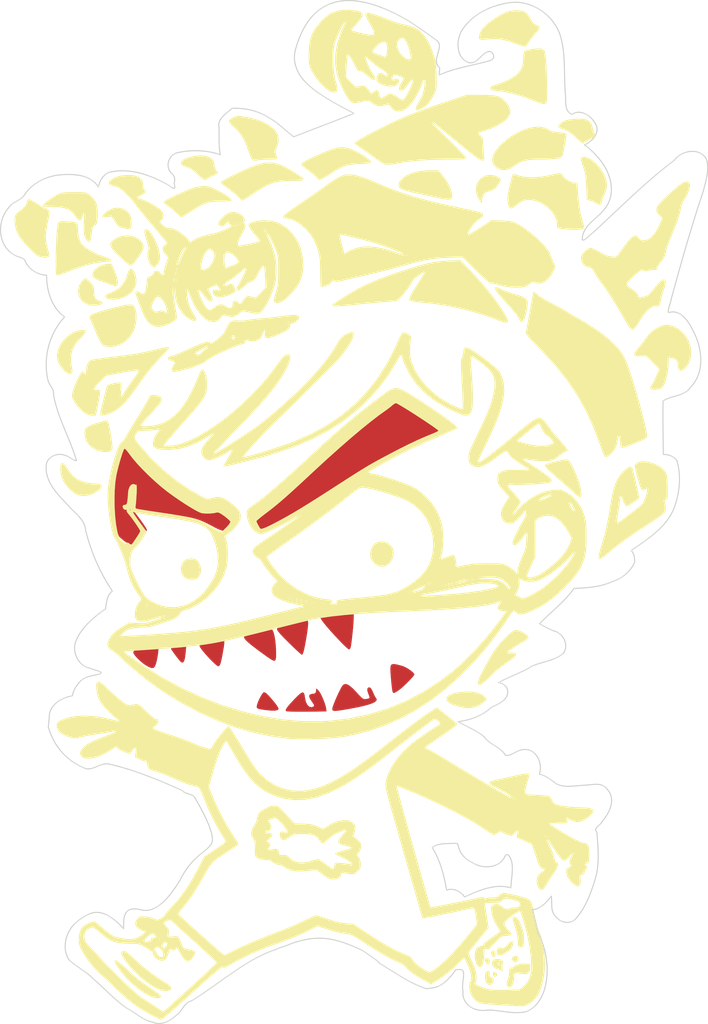
<source format=kicad_pcb>
(kicad_pcb (version 20221018) (generator pcbnew)
  (layers (0 "F.Cu" signal) (31 "B.Cu" signal) (34 "B.Paste" user) (35 "F.Paste" user) (36 "B.SilkS" user "B.Silkscreen") (37 "F.SilkS" user "F.Silkscreen") (38 "B.Mask" user) (39 "F.Mask" user) (44 "Edge.Cuts" user))
  (net 0 "")
  (footprint "LOGO" (layer "F.Cu") (at 74.5449 77.2592)
    (fp_text reference "G***" hide)
    (fp_text value "LOGO" hide)
    (fp_poly (pts (xy -16.45452 10.037214) (xy -16.510125 10.504322) (xy -16.586812 10.811691) (xy -16.688838 10.968076) (xy -16.820457 10.982235) (xy -16.894287 10.94187) (xy -16.992195 10.840428) (xy -17.15488 10.641959) (xy -17.35068 10.38862) (xy -17.547933 10.122573) (xy -17.714976 9.885976) (xy -17.820149 9.72099) (xy -17.837037 9.686548) (xy -17.805161 9.569917) (xy -17.62612 9.478536) (xy -17.321051 9.419025) (xy -16.915398 9.398) (xy -16.400487 9.398) (xy -16.45452 10.037214)) (stroke (width 0.01)) (fill solid) (layer "F.Cu"))
    (fp_poly (pts (xy -19.077623 10.138833) (xy -19.134181 10.513629) (xy -19.218504 10.908179) (xy -19.262298 11.070166) (xy -19.368321 11.347262) (xy -19.498905 11.489945) (xy -19.683994 11.505852) (xy -19.953535 11.402616) (xy -20.150667 11.296664) (xy -20.448332 11.099618) (xy -20.753135 10.851153) (xy -21.033442 10.583101) (xy -21.257618 10.327295) (xy -21.394029 10.115567) (xy -21.420667 10.018705) (xy -21.366445 9.877236) (xy -21.195194 9.772996) (xy -20.894041 9.702873) (xy -20.45011 9.663754) (xy -19.905773 9.652472) (xy -19.025878 9.652) (xy -19.077623 10.138833)) (stroke (width 0.01)) (fill solid) (layer "F.Cu"))
    (fp_poly (pts (xy -8.929755 13.822103) (xy -8.806942 13.899566) (xy -8.642067 14.052783) (xy -8.413674 14.301482) (xy -8.131792 14.628297) (xy -7.89486 14.925368) (xy -7.724197 15.175965) (xy -7.640388 15.348443) (xy -7.6361 15.390297) (xy -7.735305 15.496877) (xy -7.984169 15.547152) (xy -8.386276 15.541411) (xy -8.871596 15.490005) (xy -9.265229 15.433664) (xy -9.517725 15.38108) (xy -9.656251 15.317369) (xy -9.707975 15.227645) (xy -9.700063 15.097023) (xy -9.688944 15.04217) (xy -9.612916 14.794931) (xy -9.492053 14.507555) (xy -9.348957 14.222754) (xy -9.206231 13.983241) (xy -9.086479 13.831728) (xy -9.031964 13.800666) (xy -8.929755 13.822103)) (stroke (width 0.01)) (fill solid) (layer "F.Cu"))
    (fp_poly (pts (xy -12.866215 8.896986) (xy -12.799745 8.942107) (xy -12.784881 9.040993) (xy -12.784667 9.080252) (xy -12.801521 9.273672) (xy -12.846385 9.584442) (xy -12.910713 9.964571) (xy -12.98596 10.366071) (xy -13.063578 10.74095) (xy -13.131496 11.027833) (xy -13.226845 11.259568) (xy -13.347087 11.345252) (xy -13.351027 11.345333) (xy -13.4631 11.28702) (xy -13.65871 11.129444) (xy -13.9075 10.898649) (xy -14.10859 10.69541) (xy -14.396978 10.38475) (xy -14.666218 10.079141) (xy -14.877784 9.82304) (xy -14.960394 9.712529) (xy -15.094648 9.508351) (xy -15.13711 9.391787) (xy -15.096581 9.314234) (xy -15.040595 9.269495) (xy -14.851398 9.186791) (xy -14.519563 9.101702) (xy -14.07161 9.019571) (xy -13.534058 8.945742) (xy -13.309618 8.920745) (xy -13.023201 8.893807) (xy -12.866215 8.896986)) (stroke (width 0.01)) (fill solid) (layer "F.Cu"))
    (fp_poly (pts (xy -8.230509 7.870038) (xy -8.121021 8.096436) (xy -8.025906 8.44495) (xy -7.950014 8.892005) (xy -7.8982 9.414024) (xy -7.875315 9.987431) (xy -7.87464 10.0965) (xy -7.879719 10.455781) (xy -7.909057 10.691029) (xy -7.982714 10.806336) (xy -8.120747 10.805793) (xy -8.343216 10.693489) (xy -8.670178 10.473517) (xy -8.904123 10.306461) (xy -9.534175 9.848325) (xy -10.032364 9.473017) (xy -10.408791 9.171063) (xy -10.67356 8.932992) (xy -10.836774 8.749331) (xy -10.908536 8.610608) (xy -10.898948 8.50735) (xy -10.866911 8.466161) (xy -10.76469 8.423032) (xy -10.533972 8.349319) (xy -10.21074 8.254696) (xy -9.830974 8.148836) (xy -9.430655 8.041415) (xy -9.045767 7.942105) (xy -8.71229 7.860581) (xy -8.466206 7.806517) (xy -8.349515 7.789333) (xy -8.230509 7.870038)) (stroke (width 0.01)) (fill solid) (layer "F.Cu"))
    (fp_poly (pts (xy 3.579527 11.168605) (xy 3.983925 11.273434) (xy 4.108606 11.307507) (xy 4.359503 11.406145) (xy 4.639411 11.560974) (xy 4.906828 11.742711) (xy 5.120253 11.922075) (xy 5.238185 12.069786) (xy 5.249333 12.112343) (xy 5.190691 12.220633) (xy 5.033953 12.412047) (xy 4.807899 12.657566) (xy 4.541313 12.928172) (xy 4.262974 13.194847) (xy 4.001665 13.428573) (xy 3.786166 13.600331) (xy 3.745877 13.628172) (xy 3.488646 13.792655) (xy 3.334095 13.866189) (xy 3.246665 13.855617) (xy 3.190797 13.767786) (xy 3.178666 13.737358) (xy 3.151134 13.601605) (xy 3.115264 13.332689) (xy 3.075216 12.96632) (xy 3.035153 12.538205) (xy 3.025121 12.419662) (xy 2.983917 11.895728) (xy 2.972355 11.522393) (xy 3.008284 11.281336) (xy 3.109556 11.154233) (xy 3.29402 11.122764) (xy 3.579527 11.168605)) (stroke (width 0.01)) (fill solid) (layer "F.Cu"))
    (fp_poly (pts (xy -4.935183 6.895454) (xy -4.863014 6.984657) (xy -4.832856 7.188977) (xy -4.84515 7.520575) (xy -4.900336 7.991611) (xy -4.997069 8.603816) (xy -5.104189 9.206387) (xy -5.19428 9.656044) (xy -5.271274 9.967904) (xy -5.339108 10.157085) (xy -5.401715 10.238702) (xy -5.424135 10.244666) (xy -5.508089 10.187915) (xy -5.691641 10.029994) (xy -5.954583 9.789405) (xy -6.276709 9.484647) (xy -6.637812 9.134223) (xy -6.649408 9.122833) (xy -7.120947 8.649896) (xy -7.465358 8.2824) (xy -7.68542 8.017167) (xy -7.783908 7.851018) (xy -7.790204 7.817402) (xy -7.760295 7.705564) (xy -7.649308 7.612698) (xy -7.423522 7.516088) (xy -7.260167 7.460302) (xy -6.848673 7.332449) (xy -6.407527 7.207117) (xy -5.970161 7.092427) (xy -5.570006 6.996502) (xy -5.240494 6.927464) (xy -5.015057 6.893434) (xy -4.935183 6.895454)) (stroke (width 0.01)) (fill solid) (layer "F.Cu"))
    (fp_poly (pts (xy -0.508815 6.752166) (xy -0.518431 7.019759) (xy -0.543929 7.387232) (xy -0.581311 7.816978) (xy -0.626582 8.271395) (xy -0.675745 8.712878) (xy -0.724806 9.103823) (xy -0.769766 9.406625) (xy -0.806631 9.58368) (xy -0.81111 9.596794) (xy -0.904525 9.71707) (xy -0.961559 9.73702) (xy -1.055587 9.679247) (xy -1.237664 9.522117) (xy -1.480624 9.290364) (xy -1.728799 9.03852) (xy -2.233642 8.503905) (xy -2.679047 8.01556) (xy -3.053466 7.587182) (xy -3.345352 7.232468) (xy -3.543158 6.965113) (xy -3.635337 6.798814) (xy -3.640667 6.770776) (xy -3.607621 6.68236) (xy -3.486863 6.616039) (xy -3.245967 6.558017) (xy -3.069167 6.527619) (xy -2.590939 6.455892) (xy -2.089275 6.389077) (xy -1.607306 6.332127) (xy -1.188161 6.289996) (xy -0.874968 6.267636) (xy -0.785388 6.265333) (xy -0.508 6.265333) (xy -0.508815 6.752166)) (stroke (width 0.01)) (fill solid) (layer "F.Cu"))
    (fp_poly (pts (xy -3.846597 13.636722) (xy -3.714535 13.81628) (xy -3.558502 14.109237) (xy -3.399473 14.465733) (xy -3.258424 14.835908) (xy -3.15633 15.169903) (xy -3.117621 15.369563) (xy -3.090334 15.621) (xy -4.953 15.641777) (xy -5.501725 15.644953) (xy -5.995832 15.642223) (xy -6.409354 15.634186) (xy -6.716329 15.62144) (xy -6.890789 15.604582) (xy -6.918204 15.596484) (xy -6.961068 15.519833) (xy -6.918649 15.386738) (xy -6.781358 15.183379) (xy -6.539606 14.895937) (xy -6.183807 14.51059) (xy -6.113718 14.436895) (xy -5.778316 14.099363) (xy -5.532235 13.892529) (xy -5.360147 13.813967) (xy -5.246725 13.861249) (xy -5.176642 14.031951) (xy -5.138626 14.282519) (xy -5.055339 14.687415) (xy -4.909518 14.992108) (xy -4.718233 15.178256) (xy -4.498554 15.227515) (xy -4.321184 15.160873) (xy -4.264741 15.092083) (xy -4.289292 14.981043) (xy -4.406894 14.790417) (xy -4.469351 14.702047) (xy -4.669726 14.385609) (xy -4.740255 14.165515) (xy -4.680128 14.028457) (xy -4.488535 13.961129) (xy -4.423834 13.953944) (xy -4.210743 13.91962) (xy -4.11285 13.836505) (xy -4.078705 13.686145) (xy -4.051076 13.444624) (xy -3.846597 13.636722)) (stroke (width 0.01)) (fill solid) (layer "F.Cu"))
    (fp_poly (pts (xy -1.131075 13.045779) (xy -0.876301 13.193211) (xy -0.56047 13.470255) (xy -0.230246 13.816819) (xy 0.044151 14.115718) (xy 0.236753 14.307967) (xy 0.37723 14.414387) (xy 0.495251 14.4558) (xy 0.620486 14.453029) (xy 0.666657 14.446255) (xy 0.872543 14.403213) (xy 0.992775 14.359315) (xy 0.997405 14.355483) (xy 0.993637 14.258109) (xy 0.930593 14.067099) (xy 0.894049 13.981197) (xy 0.789956 13.669623) (xy 0.79417 13.451273) (xy 0.904669 13.343437) (xy 0.969607 13.335) (xy 1.095893 13.391673) (xy 1.221171 13.577083) (xy 1.311173 13.779325) (xy 1.427817 14.043747) (xy 1.537168 14.249571) (xy 1.591558 14.325425) (xy 1.678883 14.474932) (xy 1.632278 14.620016) (xy 1.446232 14.762878) (xy 1.115231 14.905715) (xy 0.633762 15.050728) (xy -0.003686 15.200115) (xy -0.802628 15.356077) (xy -1.143 15.416361) (xy -1.657603 15.502557) (xy -2.028954 15.555226) (xy -2.279894 15.573815) (xy -2.433265 15.55777) (xy -2.511909 15.506535) (xy -2.538665 15.419557) (xy -2.54 15.382455) (xy -2.503496 15.210115) (xy -2.405639 14.927903) (xy -2.263916 14.574658) (xy -2.09581 14.18922) (xy -1.918807 13.810428) (xy -1.750393 13.477121) (xy -1.608051 13.228138) (xy -1.515852 13.107531) (xy -1.339392 13.019904) (xy -1.131075 13.045779)) (stroke (width 0.01)) (fill solid) (layer "F.Cu"))
    (fp_poly (pts (xy 3.66797 -14.049577) (xy 3.857349 -13.993621) (xy 4.10182 -13.880265) (xy 4.416541 -13.702869) (xy 4.81667 -13.454791) (xy 5.317366 -13.12939) (xy 5.933788 -12.720025) (xy 6.383828 -12.419069) (xy 6.931044 -12.051149) (xy 7.350557 -11.76429) (xy 7.656591 -11.547187) (xy 7.863367 -11.388538) (xy 7.98511 -11.27704) (xy 8.036041 -11.201389) (xy 8.030383 -11.150281) (xy 8.007982 -11.128303) (xy 7.876578 -11.058328) (xy 7.621983 -10.943495) (xy 7.279332 -10.798995) (xy 6.88376 -10.640024) (xy 6.831153 -10.619427) (xy 6.237479 -10.371325) (xy 5.518564 -10.042838) (xy 4.692913 -9.643088) (xy 3.77903 -9.181197) (xy 2.795418 -8.666287) (xy 1.989666 -8.232614) (xy 1.688865 -8.061531) (xy 1.268602 -7.811895) (xy 0.751311 -7.497563) (xy 0.159425 -7.13239) (xy -0.484624 -6.730233) (xy -1.158401 -6.304949) (xy -1.839474 -5.870394) (xy -1.958822 -5.793731) (xy -2.960258 -5.152012) (xy -3.83794 -4.594843) (xy -4.608586 -4.11222) (xy -5.288913 -3.694134) (xy -5.895642 -3.33058) (xy -6.445489 -3.011551) (xy -6.955173 -2.727041) (xy -7.441413 -2.467043) (xy -7.920927 -2.221551) (xy -7.958667 -2.202654) (xy -8.432642 -1.966015) (xy -8.779116 -1.79951) (xy -9.022928 -1.699337) (xy -9.188917 -1.661696) (xy -9.301921 -1.682786) (xy -9.386779 -1.758805) (xy -9.468329 -1.885952) (xy -9.513953 -1.964645) (xy -9.730125 -2.363326) (xy -9.842132 -2.644112) (xy -9.853831 -2.819512) (xy -9.799049 -2.889455) (xy -9.638739 -2.994936) (xy -9.376118 -3.185119) (xy -9.040105 -3.43769) (xy -8.659618 -3.730333) (xy -8.263575 -4.040734) (xy -7.880896 -4.346578) (xy -7.540497 -4.625551) (xy -7.441614 -4.708554) (xy -7.18945 -4.927536) (xy -6.837452 -5.241343) (xy -6.409032 -5.62868) (xy -5.927601 -6.068251) (xy -5.416572 -6.538758) (xy -4.899356 -7.018906) (xy -4.805511 -7.106484) (xy -3.891763 -7.951817) (xy -2.978569 -8.781137) (xy -2.079639 -9.582784) (xy -1.208687 -10.345097) (xy -0.379423 -11.056415) (xy 0.394441 -11.705077) (xy 1.099192 -12.279422) (xy 1.721119 -12.767791) (xy 2.24651 -13.158521) (xy 2.582333 -13.389217) (xy 2.849436 -13.578496) (xy 3.100092 -13.779949) (xy 3.158195 -13.832221) (xy 3.278795 -13.939455) (xy 3.393851 -14.015853) (xy 3.518523 -14.054774) (xy 3.66797 -14.049577)) (stroke (width 0.01)) (fill solid) (layer "F.Cu"))
    (fp_poly (pts (xy -22.175323 -10.053147) (xy -22.004084 -9.875805) (xy -21.776414 -9.609969) (xy -21.513756 -9.279967) (xy -21.407925 -9.141066) (xy -20.468416 -8.007817) (xy -19.391413 -6.924326) (xy -18.167468 -5.882021) (xy -16.787137 -4.872329) (xy -16.467667 -4.657777) (xy -15.767712 -4.214727) (xy -15.176007 -3.886461) (xy -14.680217 -3.668875) (xy -14.268011 -3.557868) (xy -13.927054 -3.549339) (xy -13.645014 -3.639185) (xy -13.560905 -3.691024) (xy -13.335115 -3.780554) (xy -13.176767 -3.778019) (xy -13.018425 -3.704163) (xy -12.780682 -3.555323) (xy -12.503562 -3.361304) (xy -12.227092 -3.151913) (xy -11.991296 -2.956955) (xy -11.8362 -2.806236) (xy -11.799594 -2.752473) (xy -11.810511 -2.570413) (xy -11.930003 -2.331425) (xy -12.125303 -2.07183) (xy -12.363642 -1.827952) (xy -12.612252 -1.636111) (xy -12.838364 -1.532629) (xy -12.907889 -1.524) (xy -13.074997 -1.56307) (xy -13.340829 -1.667223) (xy -13.657464 -1.816875) (xy -13.775478 -1.878555) (xy -14.194713 -2.101807) (xy -14.555422 -2.285582) (xy -14.882206 -2.436717) (xy -15.199664 -2.562051) (xy -15.532397 -2.668422) (xy -15.905006 -2.762667) (xy -16.342092 -2.851625) (xy -16.868254 -2.942133) (xy -17.508092 -3.041031) (xy -18.286209 -3.155155) (xy -18.457334 -3.179937) (xy -19.234576 -3.293587) (xy -19.85893 -3.387802) (xy -20.345393 -3.465238) (xy -20.708962 -3.528551) (xy -20.964634 -3.580399) (xy -21.127408 -3.623436) (xy -21.21228 -3.660318) (xy -21.224175 -3.669953) (xy -21.233106 -3.766318) (xy -21.225583 -3.997588) (xy -21.203428 -4.330326) (xy -21.168464 -4.731091) (xy -21.163643 -4.780643) (xy -21.127827 -5.187954) (xy -21.105564 -5.531958) (xy -21.098462 -5.778932) (xy -21.108127 -5.895151) (xy -21.110359 -5.898581) (xy -21.176347 -5.879295) (xy -21.247659 -5.715187) (xy -21.317796 -5.430355) (xy -21.380256 -5.048897) (xy -21.411456 -4.78255) (xy -21.456039 -4.386264) (xy -21.501252 -4.132091) (xy -21.55912 -3.993193) (xy -21.641665 -3.942734) (xy -21.760912 -3.953876) (xy -21.780585 -3.958664) (xy -21.868116 -3.966283) (xy -21.852311 -3.907873) (xy -21.723337 -3.764537) (xy -21.632334 -3.673755) (xy -21.459546 -3.484469) (xy -21.240239 -3.216397) (xy -20.995544 -2.898904) (xy -20.74659 -2.561355) (xy -20.514504 -2.233114) (xy -20.320418 -1.943546) (xy -20.185459 -1.722015) (xy -20.130756 -1.597886) (xy -20.131229 -1.587572) (xy -20.187054 -1.490171) (xy -20.318377 -1.288842) (xy -20.502618 -1.017696) (xy -20.625111 -0.841481) (xy -20.850709 -0.52733) (xy -21.012793 -0.329392) (xy -21.139971 -0.221797) (xy -21.260848 -0.178675) (xy -21.364215 -0.173076) (xy -21.611575 -0.215353) (xy -21.896517 -0.315978) (xy -21.971 -0.351601) (xy -22.294357 -0.557092) (xy -22.621723 -0.827812) (xy -22.900122 -1.115333) (xy -23.068295 -1.354667) (xy -23.205705 -1.724141) (xy -23.318232 -2.246396) (xy -23.404139 -2.90647) (xy -23.461687 -3.689398) (xy -23.489138 -4.580218) (xy -23.491251 -4.995334) (xy -23.488987 -5.586691) (xy -23.48273 -6.04375) (xy -23.468937 -6.401547) (xy -23.444066 -6.695118) (xy -23.404573 -6.959498) (xy -23.346916 -7.229722) (xy -23.267553 -7.540826) (xy -23.213591 -7.741226) (xy -23.039953 -8.344871) (xy -22.86326 -8.892689) (xy -22.691733 -9.364011) (xy -22.533589 -9.738163) (xy -22.397048 -9.994476) (xy -22.290329 -10.112277) (xy -22.268688 -10.117667) (xy -22.175323 -10.053147)) (stroke (width 0.01)) (fill solid) (layer "F.Cu"))
  )
  (footprint "LOGO" (layer "F.Cu") (at 74.5449 77.2592)
    (fp_text reference "G***" hide)
    (fp_text value "LOGO" hide)
  )
  (footprint "LOGO" (layer "F.Cu") (at 74.5449 77.2592)
    (fp_text reference "G***" hide)
    (fp_text value "LOGO" hide)
  )
  (footprint "LOGO" (layer "F.Cu") (at 74.5449 77.2592)
    (fp_text reference "G***" hide)
    (fp_text value "LOGO" hide)
  )
  (footprint "LOGO" (layer "F.Cu") (at 74.5449 77.2592)
    (fp_text reference "G***" hide)
    (fp_text value "LOGO" hide)
  )
  (footprint "LOGO" (layer "F.Cu") (at 74.5449 77.2592)
    (fp_text reference "G***" hide)
    (fp_text value "LOGO" hide)
  )
  (gr_line (start 49.5002 42.7259) (end 49.672 42.9177) (stroke (width 0.1)) (layer "Edge.Cuts"))
  (gr_line (start 45.6324 95.746) (end 45.4847 95.471) (stroke (width 0.1)) (layer "Edge.Cuts"))
  (gr_line (start 71.8895 114.501) (end 71.5023 114.4419) (stroke (width 0.1)) (layer "Edge.Cuts"))
  (gr_line (start 68.6012 114.7518) (end 68.1247 114.9082) (stroke (width 0.1)) (layer "Edge.Cuts"))
  (gr_line (start 106.3705 46.0999) (end 105.597 48.6587) (stroke (width 0.1)) (layer "Edge.Cuts"))
  (gr_line (start 61.2638 37.5091) (end 61.2351 37.3553) (stroke (width 0.1)) (layer "Edge.Cuts"))
  (gr_line (start 102.8811 75.7393) (end 102.2825 76.2489) (stroke (width 0.1)) (layer "Edge.Cuts"))
  (gr_line (start 83.1501 118.1252) (end 82.9315 118.3502) (stroke (width 0.1)) (layer "Edge.Cuts"))
  (gr_line (start 46.8435 114.1532) (end 46.935 113.93) (stroke (width 0.1)) (layer "Edge.Cuts"))
  (gr_line (start 69.4519 27.803) (end 69.6215 27.5378) (stroke (width 0.1)) (layer "Edge.Cuts"))
  (gr_line (start 86.8424 30.2682) (end 86.703 30.309) (stroke (width 0.1)) (layer "Edge.Cuts"))
  (gr_line (start 53.7192 121.8142) (end 53.1279 121.4132) (stroke (width 0.1)) (layer "Edge.Cuts"))
  (gr_line (start 92.874 87.9576) (end 92.4946 88.0835) (stroke (width 0.1)) (layer "Edge.Cuts"))
  (gr_line (start 86.8942 26.15466) (end 87.1951 26.03497) (stroke (width 0.1)) (layer "Edge.Cuts"))
  (gr_line (start 46.662 115.3295) (end 46.6587 115.092) (stroke (width 0.1)) (layer "Edge.Cuts"))
  (gr_line (start 61.2307 37.2083) (end 61.2484 37.0676) (stroke (width 0.1)) (layer "Edge.Cuts"))
  (gr_line (start 83.7601 117.3902) (end 83.6911 117.4332) (stroke (width 0.1)) (layer "Edge.Cuts"))
  (gr_line (start 46.6056 55.4563) (end 46.3833 55.2812) (stroke (width 0.1)) (layer "Edge.Cuts"))
  (gr_line (start 69.6215 27.5378) (end 69.8049 27.281) (stroke (width 0.1)) (layer "Edge.Cuts"))
  (gr_line (start 45.6873 92.1818) (end 45.8389 92.0463) (stroke (width 0.1)) (layer "Edge.Cuts"))
  (gr_line (start 94.2233 35.6139) (end 94.2659 35.7431) (stroke (width 0.1)) (layer "Edge.Cuts"))
  (gr_line (start 88.2886 90.3441) (end 88.4087 90.4384) (stroke (width 0.1)) (layer "Edge.Cuts"))
  (gr_line (start 84.5649 31.7137) (end 85.8027 31.4294) (stroke (width 0.1)) (layer "Edge.Cuts"))
  (gr_line (start 93.1034 112.2279) (end 93.0294 112.1218) (stroke (width 0.1)) (layer "Edge.Cuts"))
  (gr_line (start 86.1394 95.0714) (end 86.4259 95.2903) (stroke (width 0.1)) (layer "Edge.Cuts"))
  (gr_line (start 54.667 122.2992) (end 54.3361 122.1672) (stroke (width 0.1)) (layer "Edge.Cuts"))
  (gr_line (start 52.8291 121.2222) (end 52.5213 121.0512) (stroke (width 0.1)) (layer "Edge.Cuts"))
  (gr_line (start 84.4076 110.2957) (end 84.229 110.1257) (stroke (width 0.1)) (layer "Edge.Cuts"))
  (gr_line (start 104.609 68.9618) (end 104.7189 69.1184) (stroke (width 0.1)) (layer "Edge.Cuts"))
  (gr_line (start 104.6575 55.0147) (end 104.8211 55.0738) (stroke (width 0.1)) (layer "Edge.Cuts"))
  (gr_line (start 97.2262 107.19) (end 97.1753 107.7583) (stroke (width 0.1)) (layer "Edge.Cuts"))
  (gr_line (start 107.1972 43.5582) (end 106.7762 44.8265) (stroke (width 0.1)) (layer "Edge.Cuts"))
  (gr_line (start 46.3833 55.2812) (end 46.178 55.0904) (stroke (width 0.1)) (layer "Edge.Cuts"))
  (gr_line (start 83.9431 29.8341) (end 83.9355 29.6184) (stroke (width 0.1)) (layer "Edge.Cuts"))
  (gr_line (start 52.6219 41.6017) (end 52.9851 41.6443) (stroke (width 0.1)) (layer "Edge.Cuts"))
  (gr_line (start 95.0367 36.0785) (end 95.1932 36.0406) (stroke (width 0.1)) (layer "Edge.Cuts"))
  (gr_line (start 72.2786 114.5836) (end 71.8895 114.501) (stroke (width 0.1)) (layer "Edge.Cuts"))
  (gr_line (start 81.6243 105.7052) (end 81.7601 105.6292) (stroke (width 0.1)) (layer "Edge.Cuts"))
  (gr_line (start 66.2647 36.7046) (end 66.5782 36.9187) (stroke (width 0.1)) (layer "Edge.Cuts"))
  (gr_line (start 95.7948 47.6082) (end 95.7399 47.8574) (stroke (width 0.1)) (layer "Edge.Cuts"))
  (gr_line (start 88.65 91.1468) (end 88.6218 91.2927) (stroke (width 0.1)) (layer "Edge.Cuts"))
  (gr_line (start 84.5875 27.861) (end 84.794 27.616) (stroke (width 0.1)) (layer "Edge.Cuts"))
  (gr_line (start 84.3259 106.4632) (end 84.5191 106.6875) (stroke (width 0.1)) (layer "Edge.Cuts"))
  (gr_line (start 89.6228 25.59615) (end 90.0145 25.64096) (stroke (width 0.1)) (layer "Edge.Cuts"))
  (gr_line (start 95.822 36.0986) (end 95.9739 36.1579) (stroke (width 0.1)) (layer "Edge.Cuts"))
  (gr_line (start 43.1975 43.3535) (end 43.3764 43.1747) (stroke (width 0.1)) (layer "Edge.Cuts"))
  (gr_line (start 87.2547 109.5364) (end 86.6944 109.655) (stroke (width 0.1)) (layer "Edge.Cuts"))
  (gr_line (start 93.8342 29.5375) (end 93.8937 29.8888) (stroke (width 0.1)) (layer "Edge.Cuts"))
  (gr_line (start 100.3515 79.3259) (end 100.1262 79.5974) (stroke (width 0.1)) (layer "Edge.Cuts"))
  (gr_line (start 93.1935 112.3294) (end 93.1034 112.2279) (stroke (width 0.1)) (layer "Edge.Cuts"))
  (gr_line (start 97.1627 103.8181) (end 97.0552 103.9394) (stroke (width 0.1)) (layer "Edge.Cuts"))
  (gr_line (start 81.9028 105.5683) (end 82.0514 105.5208) (stroke (width 0.1)) (layer "Edge.Cuts"))
  (gr_line (start 45.3702 62.1252) (end 45.1779 61.8122) (stroke (width 0.1)) (layer "Edge.Cuts"))
  (gr_line (start 85.5301 94.6925) (end 85.8398 94.8738) (stroke (width 0.1)) (layer "Edge.Cuts"))
  (gr_line (start 105.7508 62.4123) (end 105.6073 62.5272) (stroke (width 0.1)) (layer "Edge.Cuts"))
  (gr_line (start 42.8738 43.7471) (end 43.0297 43.5444) (stroke (width 0.1)) (layer "Edge.Cuts"))
  (gr_line (start 68.7272 32.134) (end 68.6035 31.8443) (stroke (width 0.1)) (layer "Edge.Cuts"))
  (gr_line (start 46.9964 68.7289) (end 47.2722 68.9014) (stroke (width 0.1)) (layer "Edge.Cuts"))
  (gr_line (start 86.0739 107.5532) (end 86.2976 107.5964) (stroke (width 0.1)) (layer "Edge.Cuts"))
  (gr_line (start 84.1634 30.6357) (end 84.0782 30.4496) (stroke (width 0.1)) (layer "Edge.Cuts"))
  (gr_line (start 57.0233 43.2339) (end 57.0454 43.2061) (stroke (width 0.1)) (layer "Edge.Cuts"))
  (gr_line (start 49.9231 98.0012) (end 49.6398 98.12) (stroke (width 0.1)) (layer "Edge.Cuts"))
  (gr_line (start 93.6111 112.7079) (end 93.3832 112.5401) (stroke (width 0.1)) (layer "Edge.Cuts"))
  (gr_line (start 96.5252 36.5292) (end 96.7506 36.7741) (stroke (width 0.1)) (layer "Edge.Cuts"))
  (gr_line (start 104.7189 69.1184) (end 104.8403 69.6131) (stroke (width 0.1)) (layer "Edge.Cuts"))
  (gr_line (start 44.8942 60.675) (end 44.8645 60.2723) (stroke (width 0.1)) (layer "Edge.Cuts"))
  (gr_line (start 42.1967 49.7317) (end 42.0465 49.6777) (stroke (width 0.1)) (layer "Edge.Cuts"))
  (gr_line (start 97.7497 99.95) (end 97.87 100.0319) (stroke (width 0.1)) (layer "Edge.Cuts"))
  (gr_line (start 96.6702 47.5028) (end 96.801 47.405) (stroke (width 0.1)) (layer "Edge.Cuts"))
  (gr_line (start 69.4932 114.5267) (end 69.0564 114.6248) (stroke (width 0.1)) (layer "Edge.Cuts"))
  (gr_line (start 98.4773 43.0472) (end 98.4907 43.3291) (stroke (width 0.1)) (layer "Edge.Cuts"))
  (gr_line (start 96.3625 81.1169) (end 95.8905 81.1585) (stroke (width 0.1)) (layer "Edge.Cuts"))
  (gr_line (start 52.5504 111.8423) (end 52.6847 111.7421) (stroke (width 0.1)) (layer "Edge.Cuts"))
  (gr_line (start 94.3226 35.8636) (end 94.3954 35.9738) (stroke (width 0.1)) (layer "Edge.Cuts"))
  (gr_line (start 92.1351 119.2832) (end 92.0357 119.5732) (stroke (width 0.1)) (layer "Edge.Cuts"))
  (gr_line (start 84.9278 31.3098) (end 84.7271 31.2177) (stroke (width 0.1)) (layer "Edge.Cuts"))
  (gr_line (start 70.6343 34.154) (end 70.279 33.8902) (stroke (width 0.1)) (layer "Edge.Cuts"))
  (gr_line (start 82.154 29.9326) (end 82.1187 30.105) (stroke (width 0.1)) (layer "Edge.Cuts"))
  (gr_line (start 104.4628 40.5771) (end 104.6021 40.4072) (stroke (width 0.1)) (layer "Edge.Cuts"))
  (gr_line (start 86.6944 109.655) (end 86.1416 109.8234) (stroke (width 0.1)) (layer "Edge.Cuts"))
  (gr_line (start 83.8126 109.8678) (end 83.5831 109.7912) (stroke (width 0.1)) (layer "Edge.Cuts"))
  (gr_line (start 44.6405 42.3538) (end 45.1161 42.177) (stroke (width 0.1)) (layer "Edge.Cuts"))
  (gr_line (start 64.2901 35.8193) (end 64.721 35.9414) (stroke (width 0.1)) (layer "Edge.Cuts"))
  (gr_line (start 95.6668 36.0557) (end 95.822 36.0986) (stroke (width 0.1)) (layer "Edge.Cuts"))
  (gr_line (start 50.8213 81.8114) (end 50.955 81.6224) (stroke (width 0.1)) (layer "Edge.Cuts"))
  (gr_line (start 47.8386 87.9181) (end 47.7473 87.7433) (stroke (width 0.1)) (layer "Edge.Cuts"))
  (gr_line (start 59.3761 101.7903) (end 58.9532 101.0486) (stroke (width 0.1)) (layer "Edge.Cuts"))
  (gr_line (start 45.1442 93.4639) (end 45.1525 93.2452) (stroke (width 0.1)) (layer "Edge.Cuts"))
  (gr_line (start 49.0939 88.8003) (end 48.8921 88.7567) (stroke (width 0.1)) (layer "Edge.Cuts"))
  (gr_line (start 49.0865 98.3148) (end 48.9483 98.3352) (stroke (width 0.1)) (layer "Edge.Cuts"))
  (gr_line (start 46.178 91.8112) (end 46.5517 91.6242) (stroke (width 0.1)) (layer "Edge.Cuts"))
  (gr_line (start 84.3475 117.4392) (end 84.2576 117.3882) (stroke (width 0.1)) (layer "Edge.Cuts"))
  (gr_line (start 88.4474 97.0579) (end 88.6519 97.055) (stroke (width 0.1)) (layer "Edge.Cuts"))
  (gr_line (start 104.943 40.1175) (end 105.1381 40) (stroke (width 0.1)) (layer "Edge.Cuts"))
  (gr_line (start 82.1578 118.9172) (end 81.988 118.9932) (stroke (width 0.1)) (layer "Edge.Cuts"))
  (gr_line (start 107.4873 42.4169) (end 107.3954 42.8032) (stroke (width 0.1)) (layer "Edge.Cuts"))
  (gr_line (start 88.5109 90.5498) (end 88.5875 90.6781) (stroke (width 0.1)) (layer "Edge.Cuts"))
  (gr_line (start 69.9418 33.6161) (end 69.6279 33.3323) (stroke (width 0.1)) (layer "Edge.Cuts"))
  (gr_line (start 84.3683 119.0912) (end 84.3808 118.7192) (stroke (width 0.1)) (layer "Edge.Cuts"))
  (gr_line (start 94.5431 112.8812) (end 94.4085 112.9011) (stroke (width 0.1)) (layer "Edge.Cuts"))
  (gr_line (start 47.5268 69.0472) (end 47.6375 69.0853) (stroke (width 0.1)) (layer "Edge.Cuts"))
  (gr_line (start 46.9443 91.4857) (end 47.3399 91.3958) (stroke (width 0.1)) (layer "Edge.Cuts"))
  (gr_line (start 72.1715 25.60879) (end 72.5248 25.52269) (stroke (width 0.1)) (layer "Edge.Cuts"))
  (gr_line (start 88.5018 91.5556) (end 88.4146 91.6737) (stroke (width 0.1)) (layer "Edge.Cuts"))
  (gr_line (start 58.4072 120.4322) (end 58.3008 120.4942) (stroke (width 0.1)) (layer "Edge.Cuts"))
  (gr_line (start 91.2586 112.7862) (end 91.3976 113.372) (stroke (width 0.1)) (layer "Edge.Cuts"))
  (gr_line (start 85.3016 121.0262) (end 85.1491 120.9382) (stroke (width 0.1)) (layer "Edge.Cuts"))
  (gr_line (start 92.2398 115.9179) (end 92.3113 116.3357) (stroke (width 0.1)) (layer "Edge.Cuts"))
  (gr_line (start 77.876 26.61549) (end 78.5109 26.94102) (stroke (width 0.1)) (layer "Edge.Cuts"))
  (gr_line (start 49.0429 77.2168) (end 48.8044 76.4623) (stroke (width 0.1)) (layer "Edge.Cuts"))
  (gr_line (start 97.0464 104.2596) (end 97.1114 104.3294) (stroke (width 0.1)) (layer "Edge.Cuts"))
  (gr_line (start 88.4087 90.4384) (end 88.5109 90.5498) (stroke (width 0.1)) (layer "Edge.Cuts"))
  (gr_line (start 87.2166 30.442) (end 87.1167 30.3388) (stroke (width 0.1)) (layer "Edge.Cuts"))
  (gr_line (start 88.2679 106.8548) (end 88.3849 106.6477) (stroke (width 0.1)) (layer "Edge.Cuts"))
  (gr_line (start 88.4146 91.6737) (end 88.3125 91.7835) (stroke (width 0.1)) (layer "Edge.Cuts"))
  (gr_line (start 48.8456 89.5833) (end 49.0975 89.5139) (stroke (width 0.1)) (layer "Edge.Cuts"))
  (gr_line (start 90.4884 121.3432) (end 90.2542 121.4002) (stroke (width 0.1)) (layer "Edge.Cuts"))
  (gr_line (start 45.9892 54.8853) (end 45.8167 54.667) (stroke (width 0.1)) (layer "Edge.Cuts"))
  (gr_line (start 84.0479 105.9465) (end 84.1671 106.2156) (stroke (width 0.1)) (layer "Edge.Cuts"))
  (gr_line (start 87.8191 109.4819) (end 87.5366 109.5002) (stroke (width 0.1)) (layer "Edge.Cuts"))
  (gr_line (start 70.722 114.3976) (end 70.3231 114.4138) (stroke (width 0.1)) (layer "Edge.Cuts"))
  (gr_line (start 92.9016 99.4754) (end 93.276 99.7577) (stroke (width 0.1)) (layer "Edge.Cuts"))
  (gr_line (start 103.9123 55.0122) (end 103.9454 55.0325) (stroke (width 0.1)) (layer "Edge.Cuts"))
  (gr_line (start 107.3855 40.2832) (end 107.5157 40.4837) (stroke (width 0.1)) (layer "Edge.Cuts"))
  (gr_line (start 98.2984 44.4266) (end 98.182 44.6856) (stroke (width 0.1)) (layer "Edge.Cuts"))
  (gr_line (start 98.4419 42.7653) (end 98.4773 43.0472) (stroke (width 0.1)) (layer "Edge.Cuts"))
  (gr_line (start 77.6908 117.5272) (end 76.5197 116.7924) (stroke (width 0.1)) (layer "Edge.Cuts"))
  (gr_line (start 88.942 106.8798) (end 89.0332 107.1351) (stroke (width 0.1)) (layer "Edge.Cuts"))
  (gr_line (start 84.65 120.4532) (end 84.5604 120.3002) (stroke (width 0.1)) (layer "Edge.Cuts"))
  (gr_line (start 103.7913 68.5277) (end 103.9769 68.5725) (stroke (width 0.1)) (layer "Edge.Cuts"))
  (gr_line (start 95.9415 39.1262) (end 96.168 39.2873) (stroke (width 0.1)) (layer "Edge.Cuts"))
  (gr_line (start 94.1318 86.914) (end 94.0829 87.0798) (stroke (width 0.1)) (layer "Edge.Cuts"))
  (gr_line (start 45.3625 68.7205) (end 45.4971 68.6437) (stroke (width 0.1)) (layer "Edge.Cuts"))
  (gr_line (start 45.4847 95.471) (end 45.24 94.9219) (stroke (width 0.1)) (layer "Edge.Cuts"))
  (gr_line (start 53.5593 111.6432) (end 53.8777 111.7124) (stroke (width 0.1)) (layer "Edge.Cuts"))
  (gr_line (start 45.9473 68.5055) (end 46.1059 68.4916) (stroke (width 0.1)) (layer "Edge.Cuts"))
  (gr_line (start 56.677 40.2778) (end 56.7755 40.1647) (stroke (width 0.1)) (layer "Edge.Cuts"))
  (gr_line (start 45.8658 56.4159) (end 46.0907 56.0804) (stroke (width 0.1)) (layer "Edge.Cuts"))
  (gr_line (start 92.923 111.8975) (end 92.8617 111.66) (stroke (width 0.1)) (layer "Edge.Cuts"))
  (gr_line (start 56.9925 43.2465) (end 57.0233 43.2339) (stroke (width 0.1)) (layer "Edge.Cuts"))
  (gr_line (start 47.1945 67.5345) (end 46.5586 65.9919) (stroke (width 0.1)) (layer "Edge.Cuts"))
  (gr_line (start 96.46 99.8366) (end 96.7625 99.805) (stroke (width 0.1)) (layer "Edge.Cuts"))
  (gr_line (start 44.8532 69.921) (end 44.853 69.6438) (stroke (width 0.1)) (layer "Edge.Cuts"))
  (gr_line (start 84.2576 117.3882) (end 84.1363 117.3662) (stroke (width 0.1)) (layer "Edge.Cuts"))
  (gr_line (start 103.3885 65.9522) (end 103.4161 68.4915) (stroke (width 0.1)) (layer "Edge.Cuts"))
  (gr_line (start 104.4551 73.5461) (end 104.2982 73.9082) (stroke (width 0.1)) (layer "Edge.Cuts"))
  (gr_line (start 62.0477 36.0254) (end 62.5099 35.6477) (stroke (width 0.1)) (layer "Edge.Cuts"))
  (gr_line (start 52.257 112.4351) (end 52.3 112.2655) (stroke (width 0.1)) (layer "Edge.Cuts"))
  (gr_line (start 58.848 100.9212) (end 58.7142 100.8317) (stroke (width 0.1)) (layer "Edge.Cuts"))
  (gr_line (start 51.129 81.4544) (end 50.7047 80.7928) (stroke (width 0.1)) (layer "Edge.Cuts"))
  (gr_line (start 93.9044 87.3938) (end 93.7487 87.5152) (stroke (width 0.1)) (layer "Edge.Cuts"))
  (gr_line (start 82.3664 107.7442) (end 82.1921 107.2349) (stroke (width 0.1)) (layer "Edge.Cuts"))
  (gr_line (start 90.5901 88.7992) (end 90.198 89.0068) (stroke (width 0.1)) (layer "Edge.Cuts"))
  (gr_line (start 58.5245 120.3832) (end 58.4072 120.4322) (stroke (width 0.1)) (layer "Edge.Cuts"))
  (gr_line (start 69.8049 27.281) (end 70.0026 27.03424) (stroke (width 0.1)) (layer "Edge.Cuts"))
  (gr_line (start 106.4657 61.5204) (end 106.2547 61.8303) (stroke (width 0.1)) (layer "Edge.Cuts"))
  (gr_line (start 98.3138 102.2297) (end 98.1208 102.6189) (stroke (width 0.1)) (layer "Edge.Cuts"))
  (gr_line (start 100.5432 79.0309) (end 100.3515 79.3259) (stroke (width 0.1)) (layer "Edge.Cuts"))
  (gr_line (start 42.901 50.2464) (end 42.8471 50.0892) (stroke (width 0.1)) (layer "Edge.Cuts"))
  (gr_line (start 93.2398 87.808) (end 92.874 87.9576) (stroke (width 0.1)) (layer "Edge.Cuts"))
  (gr_line (start 44.859 59.8683) (end 44.8777 59.4643) (stroke (width 0.1)) (layer "Edge.Cuts"))
  (gr_line (start 56.0229 110.9099) (end 56.2766 110.6521) (stroke (width 0.1)) (layer "Edge.Cuts"))
  (gr_line (start 85.768 31.0767) (end 85.6487 31.1666) (stroke (width 0.1)) (layer "Edge.Cuts"))
  (gr_line (start 50.106 118.9572) (end 49.7135 118.5952) (stroke (width 0.1)) (layer "Edge.Cuts"))
  (gr_line (start 47.4575 113.1354) (end 47.6232 112.97) (stroke (width 0.1)) (layer "Edge.Cuts"))
  (gr_line (start 92.3909 117.7702) (end 92.3327 118.3792) (stroke (width 0.1)) (layer "Edge.Cuts"))
  (gr_line (start 57.1557 39.9127) (end 57.3087 39.8645) (stroke (width 0.1)) (layer "Edge.Cuts"))
  (gr_line (start 70.9487 26.17871) (end 71.227 26.00553) (stroke (width 0.1)) (layer "Edge.Cuts"))
  (gr_line (start 51.5292 41.6047) (end 51.8933 41.5805) (stroke (width 0.1)) (layer "Edge.Cuts"))
  (gr_line (start 82.7233 118.5382) (end 82.5251 118.6932) (stroke (width 0.1)) (layer "Edge.Cuts"))
  (gr_line (start 50.7211 82.017) (end 50.8213 81.8114) (stroke (width 0.1)) (layer "Edge.Cuts"))
  (gr_line (start 87.4611 96.1579) (end 87.7471 96.3445) (stroke (width 0.1)) (layer "Edge.Cuts"))
  (gr_line (start 95.7457 111.7007) (end 95.46 112.1228) (stroke (width 0.1)) (layer "Edge.Cuts"))
  (gr_line (start 90.198 89.0068) (end 89.3917 89.3808) (stroke (width 0.1)) (layer "Edge.Cuts"))
  (gr_line (start 88.5421 106.4698) (end 88.5939 106.4602) (stroke (width 0.1)) (layer "Edge.Cuts"))
  (gr_line (start 61.2862 36.9328) (end 61.3417 36.8036) (stroke (width 0.1)) (layer "Edge.Cuts"))
  (gr_line (start 52.2133 112.7953) (end 52.257 112.4351) (stroke (width 0.1)) (layer "Edge.Cuts"))
  (gr_line (start 85.2514 27.16737) (end 85.5 26.96375) (stroke (width 0.1)) (layer "Edge.Cuts"))
  (gr_line (start 92.4353 110.8456) (end 92.2364 111.0519) (stroke (width 0.1)) (layer "Edge.Cuts"))
  (gr_line (start 50.8048 41.7298) (end 51.1662 41.654) (stroke (width 0.1)) (layer "Edge.Cuts"))
  (gr_line (start 67.1738 37.3886) (end 67.7534 37.8801) (stroke (width 0.1)) (layer "Edge.Cuts"))
  (gr_line (start 89.0771 107.4433) (end 89.0913 107.7625) (stroke (width 0.1)) (layer "Edge.Cuts"))
  (gr_line (start 88.6538 90.9906) (end 88.65 91.1468) (stroke (width 0.1)) (layer "Edge.Cuts"))
  (gr_line (start 55.1068 42.2615) (end 55.7763 42.5715) (stroke (width 0.1)) (layer "Edge.Cuts"))
  (gr_line (start 73.0741 114.8169) (end 72.6725 114.6892) (stroke (width 0.1)) (layer "Edge.Cuts"))
  (gr_line (start 41.5991 44.7509) (end 41.7906 44.6173) (stroke (width 0.1)) (layer "Edge.Cuts"))
  (gr_line (start 85.3902 31.2973) (end 85.2477 31.3301) (stroke (width 0.1)) (layer "Edge.Cuts"))
  (gr_line (start 103.8918 54.9762) (end 103.9123 55.0122) (stroke (width 0.1)) (layer "Edge.Cuts"))
  (gr_line (start 98.2012 80.7215) (end 97.7529 80.8647) (stroke (width 0.1)) (layer "Edge.Cuts"))
  (gr_line (start 86.0366 93.2366) (end 85.639 93.4199) (stroke (width 0.1)) (layer "Edge.Cuts"))
  (gr_line (start 60.5653 104.5063) (end 60.5028 104.2666) (stroke (width 0.1)) (layer "Edge.Cuts"))
  (gr_line (start 48.7018 88.6906) (end 48.5237 88.6036) (stroke (width 0.1)) (layer "Edge.Cuts"))
  (gr_line (start 45.7916 68.5358) (end 45.9473 68.5055) (stroke (width 0.1)) (layer "Edge.Cuts"))
  (gr_line (start 48.0689 88.2354) (end 47.9461 88.0827) (stroke (width 0.1)) (layer "Edge.Cuts"))
  (gr_line (start 52.2076 113.4965) (end 52.2051 113.1589) (stroke (width 0.1)) (layer "Edge.Cuts"))
  (gr_line (start 85.4417 107.3154) (end 85.6435 107.412) (stroke (width 0.1)) (layer "Edge.Cuts"))
  (gr_line (start 57.5347 108.9378) (end 57.753 108.5138) (stroke (width 0.1)) (layer "Edge.Cuts"))
  (gr_line (start 48.5237 88.6036) (end 48.3584 88.4976) (stroke (width 0.1)) (layer "Edge.Cuts"))
  (gr_line (start 96.1612 99.869) (end 96.46 99.8366) (stroke (width 0.1)) (layer "Edge.Cuts"))
  (gr_line (start 91.6225 120.3752) (end 91.443 120.6112) (stroke (width 0.1)) (layer "Edge.Cuts"))
  (gr_line (start 95.46 112.1228) (end 95.1368 112.5188) (stroke (width 0.1)) (layer "Edge.Cuts"))
  (gr_line (start 56.4412 40.8205) (end 56.4752 40.6753) (stroke (width 0.1)) (layer "Edge.Cuts"))
  (gr_line (start 87.165 121.2302) (end 86.6888 121.2222) (stroke (width 0.1)) (layer "Edge.Cuts"))
  (gr_line (start 45.5017 71.6647) (end 45.3552 71.4349) (stroke (width 0.1)) (layer "Edge.Cuts"))
  (gr_line (start 50.5534 82.6924) (end 50.5939 82.4617) (stroke (width 0.1)) (layer "Edge.Cuts"))
  (gr_line (start 88.1582 90.2669) (end 88.2886 90.3441) (stroke (width 0.1)) (layer "Edge.Cuts"))
  (gr_line (start 104.7208 72.6734) (end 104.5832 73.1645) (stroke (width 0.1)) (layer "Edge.Cuts"))
  (gr_line (start 97.0769 37.9803) (end 97.0188 38.1294) (stroke (width 0.1)) (layer "Edge.Cuts"))
  (gr_line (start 87.606 107.4274) (end 87.7958 107.3212) (stroke (width 0.1)) (layer "Edge.Cuts"))
  (gr_line (start 49.9298 42.7017) (end 50.0198 42.496) (stroke (width 0.1)) (layer "Edge.Cuts"))
  (gr_line (start 91.8856 98.8963) (end 92.1031 98.9831) (stroke (width 0.1)) (layer "Edge.Cuts"))
  (gr_line (start 48.0988 85.4042) (end 48.423 84.9639) (stroke (width 0.1)) (layer "Edge.Cuts"))
  (gr_line (start 42.6391 49.8897) (end 42.501 49.828) (stroke (width 0.1)) (layer "Edge.Cuts"))
  (gr_line (start 40.5436 47.5309) (end 40.5245 47.2049) (stroke (width 0.1)) (layer "Edge.Cuts"))
  (gr_line (start 67.3477 115.2124) (end 66.996 115.3143) (stroke (width 0.1)) (layer "Edge.Cuts"))
  (gr_line (start 58.204 120.5672) (end 58.0329 120.7402) (stroke (width 0.1)) (layer "Edge.Cuts"))
  (gr_line (start 45.1291 68.9176) (end 45.2391 68.8119) (stroke (width 0.1)) (layer "Edge.Cuts"))
  (gr_line (start 81.9214 30.8258) (end 81.8916 31.0044) (stroke (width 0.1)) (layer "Edge.Cuts"))
  (gr_line (start 61.2904 39.4233) (end 61.2587 38.7866) (stroke (width 0.1)) (layer "Edge.Cuts"))
  (gr_line (start 88.8581 97.0029) (end 89.0665 96.9167) (stroke (width 0.1)) (layer "Edge.Cuts"))
  (gr_line (start 84.3973 28.1196) (end 84.5875 27.861) (stroke (width 0.1)) (layer "Edge.Cuts"))
  (gr_line (start 48.1727 117.3282) (end 47.5747 116.9085) (stroke (width 0.1)) (layer "Edge.Cuts"))
  (gr_line (start 91.2824 111.646) (end 91.0001 111.7024) (stroke (width 0.1)) (layer "Edge.Cuts"))
  (gr_line (start 49.1058 42.416) (end 49.3108 42.5592) (stroke (width 0.1)) (layer "Edge.Cuts"))
  (gr_line (start 82.0178 30.463) (end 81.9214 30.8258) (stroke (width 0.1)) (layer "Edge.Cuts"))
  (gr_line (start 56.7321 41.8046) (end 56.6295 41.6818) (stroke (width 0.1)) (layer "Edge.Cuts"))
  (gr_line (start 95.8053 48.1621) (end 95.9209 48.1283) (stroke (width 0.1)) (layer "Edge.Cuts"))
  (gr_line (start 50.8433 97.8794) (end 50.68 97.8558) (stroke (width 0.1)) (layer "Edge.Cuts"))
  (gr_line (start 105.5618 39.8257) (end 105.7839 39.7713) (stroke (width 0.1)) (layer "Edge.Cuts"))
  (gr_line (start 86.0309 26.59817) (end 86.311 26.43631) (stroke (width 0.1)) (layer "Edge.Cuts"))
  (gr_line (start 50.0267 89.1444) (end 49.9769 89.1104) (stroke (width 0.1)) (layer "Edge.Cuts"))
  (gr_line (start 106.9364 60.1407) (end 106.8711 60.5018) (stroke (width 0.1)) (layer "Edge.Cuts"))
  (gr_line (start 96.168 39.2873) (end 96.386 39.4624) (stroke (width 0.1)) (layer "Edge.Cuts"))
  (gr_line (start 46.186 72.5293) (end 45.8286 72.1075) (stroke (width 0.1)) (layer "Edge.Cuts"))
  (gr_line (start 106.897 58.6526) (end 106.9484 59.0264) (stroke (width 0.1)) (layer "Edge.Cuts"))
  (gr_line (start 49.9632 89.3089) (end 50.0262 89.2626) (stroke (width 0.1)) (layer "Edge.Cuts"))
  (gr_line (start 47.439 73.8534) (end 47.1709 73.5892) (stroke (width 0.1)) (layer "Edge.Cuts"))
  (gr_line (start 97.0239 37.1985) (end 97.0874 37.3562) (stroke (width 0.1)) (layer "Edge.Cuts"))
  (gr_line (start 81.9563 31.5057) (end 82.0515 31.6551) (stroke (width 0.1)) (layer "Edge.Cuts"))
  (gr_line (start 40.7993 48.4596) (end 40.6806 48.1622) (stroke (width 0.1)) (layer "Edge.Cuts"))
  (gr_line (start 82.0514 105.5208) (end 82.3624 105.459) (stroke (width 0.1)) (layer "Edge.Cuts"))
  (gr_line (start 60.5028 104.2666) (end 60.3203 103.7353) (stroke (width 0.1)) (layer "Edge.Cuts"))
  (gr_line (start 82.1544 32.4915) (end 82.7404 32.246) (stroke (width 0.1)) (layer "Edge.Cuts"))
  (gr_line (start 98.086 100.263) (end 98.2326 100.4376) (stroke (width 0.1)) (layer "Edge.Cuts"))
  (gr_line (start 94.0829 87.0798) (end 94.0076 87.2405) (stroke (width 0.1)) (layer "Edge.Cuts"))
  (gr_line (start 53.7059 41.7868) (end 54.0622 41.8838) (stroke (width 0.1)) (layer "Edge.Cuts"))
  (gr_line (start 45.5224 62.4473) (end 45.4564 62.2828) (stroke (width 0.1)) (layer "Edge.Cuts"))
  (gr_line (start 94.9454 81.2083) (end 94.5883 81.6775) (stroke (width 0.1)) (layer "Edge.Cuts"))
  (gr_line (start 102.4606 42.1897) (end 103.4498 41.3676) (stroke (width 0.1)) (layer "Edge.Cuts"))
  (gr_line (start 94.0893 86.2404) (end 94.1329 86.4062) (stroke (width 0.1)) (layer "Edge.Cuts"))
  (gr_line (start 106.2328 39.7343) (end 106.4531 39.754) (stroke (width 0.1)) (layer "Edge.Cuts"))
  (gr_line (start 55.1702 111.5368) (end 55.4681 111.3608) (stroke (width 0.1)) (layer "Edge.Cuts"))
  (gr_line (start 97.2306 106.0434) (end 97.242 106.6177) (stroke (width 0.1)) (layer "Edge.Cuts"))
  (gr_line (start 76.3705 116.6393) (end 76.2091 116.4973) (stroke (width 0.1)) (layer "Edge.Cuts"))
  (gr_line (start 88.631 90.8235) (end 88.6538 90.9906) (stroke (width 0.1)) (layer "Edge.Cuts"))
  (gr_line (start 101.0063 77.1758) (end 100.3653 77.6126) (stroke (width 0.1)) (layer "Edge.Cuts"))
  (gr_line (start 44.2935 51.389) (end 44.0055 51.2794) (stroke (width 0.1)) (layer "Edge.Cuts"))
  (gr_line (start 75.5975 25.72691) (end 76.1291 25.89016) (stroke (width 0.1)) (layer "Edge.Cuts"))
  (gr_line (start 90.7766 25.83797) (end 91.1423 25.98656) (stroke (width 0.1)) (layer "Edge.Cuts"))
  (gr_line (start 45.7272 63.631) (end 45.631 63.2261) (stroke (width 0.1)) (layer "Edge.Cuts"))
  (gr_line (start 43.3764 43.1747) (end 43.5656 43.0077) (stroke (width 0.1)) (layer "Edge.Cuts"))
  (gr_line (start 41.9924 44.4976) (end 42.3927 44.2609) (stroke (width 0.1)) (layer "Edge.Cuts"))
  (gr_line (start 49.3131 77.9609) (end 49.0429 77.2168) (stroke (width 0.1)) (layer "Edge.Cuts"))
  (gr_line (start 104.7736 62.9005) (end 104.0547 63.1122) (stroke (width 0.1)) (layer "Edge.Cuts"))
  (gr_line (start 97.2957 80.975) (end 96.8316 81.0574) (stroke (width 0.1)) (layer "Edge.Cuts"))
  (gr_line (start 87.971 107.1909) (end 88.1292 107.0356) (stroke (width 0.1)) (layer "Edge.Cuts"))
  (gr_line (start 47.8122 97.9325) (end 47.4883 97.7351) (stroke (width 0.1)) (layer "Edge.Cuts"))
  (gr_line (start 48.1583 98.1129) (end 47.8122 97.9325) (stroke (width 0.1)) (layer "Edge.Cuts"))
  (gr_line (start 45.1884 57.8792) (end 45.3239 57.4982) (stroke (width 0.1)) (layer "Edge.Cuts"))
  (gr_line (start 98.6616 45.6583) (end 100.5375 43.9017) (stroke (width 0.1)) (layer "Edge.Cuts"))
  (gr_line (start 91.7209 88.3082) (end 91.3395 88.4288) (stroke (width 0.1)) (layer "Edge.Cuts"))
  (gr_line (start 97.0874 37.3562) (end 97.1223 37.5143) (stroke (width 0.1)) (layer "Edge.Cuts"))
  (gr_line (start 53.3466 41.7065) (end 53.7059 41.7868) (stroke (width 0.1)) (layer "Edge.Cuts"))
  (gr_line (start 41.2819 45.0993) (end 41.4267 44.9083) (stroke (width 0.1)) (layer "Edge.Cuts"))
  (gr_line (start 100.6974 78.7141) (end 100.5432 79.0309) (stroke (width 0.1)) (layer "Edge.Cuts"))
  (gr_line (start 56.9299 42.0074) (end 56.8442 41.9013) (stroke (width 0.1)) (layer "Edge.Cuts"))
  (gr_line (start 54.4149 41.9962) (end 55.1068 42.2615) (stroke (width 0.1)) (layer "Edge.Cuts"))
  (gr_line (start 87.7471 96.3445) (end 88.0161 96.5473) (stroke (width 0.1)) (layer "Edge.Cuts"))
  (gr_line (start 45.4971 68.6437) (end 45.6408 68.582) (stroke (width 0.1)) (layer "Edge.Cuts"))
  (gr_line (start 82.5251 118.6932) (end 82.3367 118.8182) (stroke (width 0.1)) (layer "Edge.Cuts"))
  (gr_line (start 45.0274 61.47) (end 44.9484 61.0747) (stroke (width 0.1)) (layer "Edge.Cuts"))
  (gr_line (start 42.8471 50.0892) (end 42.7571 49.9735) (stroke (width 0.1)) (layer "Edge.Cuts"))
  (gr_line (start 88.8297 25.62296) (end 89.2271 25.58955) (stroke (width 0.1)) (layer "Edge.Cuts"))
  (gr_line (start 70.3231 114.4138) (end 69.9145 114.4566) (stroke (width 0.1)) (layer "Edge.Cuts"))
  (gr_line (start 45.8167 54.667) (end 45.6601 54.4369) (stroke (width 0.1)) (layer "Edge.Cuts"))
  (gr_line (start 45.1072 70.957) (end 45.0101 70.7084) (stroke (width 0.1)) (layer "Edge.Cuts"))
  (gr_line (start 88.9921 109.0474) (end 88.9473 109.6223) (stroke (width 0.1)) (layer "Edge.Cuts"))
  (gr_line (start 56.8442 41.9013) (end 56.7321 41.8046) (stroke (width 0.1)) (layer "Edge.Cuts"))
  (gr_line (start 82.5172 108.2628) (end 82.3664 107.7442) (stroke (width 0.1)) (layer "Edge.Cuts"))
  (gr_line (start 91.898 114.6989) (end 92.0347 115.0977) (stroke (width 0.1)) (layer "Edge.Cuts"))
  (gr_line (start 55.7763 42.5715) (end 56.4181 42.9153) (stroke (width 0.1)) (layer "Edge.Cuts"))
  (gr_line (start 48.1666 42.0471) (end 48.4155 42.1118) (stroke (width 0.1)) (layer "Edge.Cuts"))
  (gr_line (start 88.9473 109.6223) (end 88.6664 109.5516) (stroke (width 0.1)) (layer "Edge.Cuts"))
  (gr_line (start 94.0076 87.2405) (end 93.9044 87.3938) (stroke (width 0.1)) (layer "Edge.Cuts"))
  (gr_line (start 100.1262 79.5974) (end 99.8715 79.8436) (stroke (width 0.1)) (layer "Edge.Cuts"))
  (gr_line (start 54.3779 111.7643) (end 54.541 111.7473) (stroke (width 0.1)) (layer "Edge.Cuts"))
  (gr_line (start 103.4498 41.3676) (end 104.4628 40.5771) (stroke (width 0.1)) (layer "Edge.Cuts"))
  (gr_line (start 105.1381 40) (end 105.3455 39.9023) (stroke (width 0.1)) (layer "Edge.Cuts"))
  (gr_line (start 56.2277 122.3592) (end 55.9372 122.4522) (stroke (width 0.1)) (layer "Edge.Cuts"))
  (gr_line (start 99.2898 80.2532) (end 98.9709 80.4129) (stroke (width 0.1)) (layer "Edge.Cuts"))
  (gr_line (start 52.8497 111.6684) (end 53.0483 111.6249) (stroke (width 0.1)) (layer "Edge.Cuts"))
  (gr_line (start 84.4001 119.8312) (end 84.397 119.6992) (stroke (width 0.1)) (layer "Edge.Cuts"))
  (gr_line (start 68.4117 30.9724) (end 68.4125 30.6721) (stroke (width 0.1)) (layer "Edge.Cuts"))
  (gr_line (start 106.6024 57.5577) (end 106.7222 57.9158) (stroke (width 0.1)) (layer "Edge.Cuts"))
  (gr_line (start 61.3888 40.054) (end 61.3292 39.7396) (stroke (width 0.1)) (layer "Edge.Cuts"))
  (gr_line (start 96.8316 81.0574) (end 96.3625 81.1169) (stroke (width 0.1)) (layer "Edge.Cuts"))
  (gr_line (start 96.6082 109.8421) (end 96.4252 110.3231) (stroke (width 0.1)) (layer "Edge.Cuts"))
  (gr_line (start 98.1087 41.6697) (end 98.2181 41.9357) (stroke (width 0.1)) (layer "Edge.Cuts"))
  (gr_line (start 93.6036 85.5301) (end 93.732 85.6494) (stroke (width 0.1)) (layer "Edge.Cuts"))
  (gr_line (start 91.7448 98.024) (end 91.7569 98.2318) (stroke (width 0.1)) (layer "Edge.Cuts"))
  (gr_line (start 51.875 113.1489) (end 52.2076 113.4965) (stroke (width 0.1)) (layer "Edge.Cuts"))
  (gr_line (start 49.156 112.0222) (end 49.3448 111.9774) (stroke (width 0.1)) (layer "Edge.Cuts"))
  (gr_line (start 55.7529 111.149) (end 56.0229 110.9099) (stroke (width 0.1)) (layer "Edge.Cuts"))
  (gr_line (start 86.6405 95.5537) (end 86.8938 95.7767) (stroke (width 0.1)) (layer "Edge.Cuts"))
  (gr_line (start 47.5764 87.1752) (end 47.5559 86.9772) (stroke (width 0.1)) (layer "Edge.Cuts"))
  (gr_line (start 86.9923 30.2532) (end 86.8424 30.2682) (stroke (width 0.1)) (layer "Edge.Cuts"))
  (gr_line (start 106.4633 57.2096) (end 106.6024 57.5577) (stroke (width 0.1)) (layer "Edge.Cuts"))
  (gr_line (start 57.3087 39.8645) (end 57.8126 39.767) (stroke (width 0.1)) (layer "Edge.Cuts"))
  (gr_line (start 100.4639 77.7244) (end 100.5428 77.8488) (stroke (width 0.1)) (layer "Edge.Cuts"))
  (gr_line (start 105.4541 62.6253) (end 105.1245 62.7812) (stroke (width 0.1)) (layer "Edge.Cuts"))
  (gr_line (start 56.5125 110.3841) (end 56.7291 110.1144) (stroke (width 0.1)) (layer "Edge.Cuts"))
  (gr_line (start 107.5625 42.0275) (end 107.4873 42.4169) (stroke (width 0.1)) (layer "Edge.Cuts"))
  (gr_line (start 97.1114 104.3294) (end 97.1998 105.4692) (stroke (width 0.1)) (layer "Edge.Cuts"))
  (gr_line (start 97.8458 41.1628) (end 97.9842 41.4115) (stroke (width 0.1)) (layer "Edge.Cuts"))
  (gr_line (start 92.1481 115.5046) (end 92.2398 115.9179) (stroke (width 0.1)) (layer "Edge.Cuts"))
  (gr_line (start 48.5755 75.5077) (end 48.5334 75.3257) (stroke (width 0.1)) (layer "Edge.Cuts"))
  (gr_line (start 95.2092 99.9374) (end 95.8732 99.8851) (stroke (width 0.1)) (layer "Edge.Cuts"))
  (gr_line (start 51.2746 120.0542) (end 50.8822 119.6922) (stroke (width 0.1)) (layer "Edge.Cuts"))
  (gr_line (start 94.0729 33.4696) (end 94.1102 34.1818) (stroke (width 0.1)) (layer "Edge.Cuts"))
  (gr_line (start 107.6266 41.2485) (end 107.612 41.6373) (stroke (width 0.1)) (layer "Edge.Cuts"))
  (gr_line (start 82.6479 108.7872) (end 82.5172 108.2628) (stroke (width 0.1)) (layer "Edge.Cuts"))
  (gr_line (start 47.7114 86.1247) (end 47.8258 85.8761) (stroke (width 0.1)) (layer "Edge.Cuts"))
  (gr_line (start 70.6877 26.36973) (end 70.9487 26.17871) (stroke (width 0.1)) (layer "Edge.Cuts"))
  (gr_line (start 50.3667 97.8713) (end 50.2158 97.9037) (stroke (width 0.1)) (layer "Edge.Cuts"))
  (gr_line (start 98.182 44.6856) (end 98.0357 44.9353) (stroke (width 0.1)) (layer "Edge.Cuts"))
  (gr_line (start 93.147 85.2736) (end 93.3098 85.3401) (stroke (width 0.1)) (layer "Edge.Cuts"))
  (gr_line (start 48.0365 112.6272) (end 48.2557 112.4773) (stroke (width 0.1)) (layer "Edge.Cuts"))
  (gr_line (start 68.6905 29.4841) (end 68.8994 28.9171) (stroke (width 0.1)) (layer "Edge.Cuts"))
  (gr_line (start 81.9911 106.7384) (end 81.7602 106.2583) (stroke (width 0.1)) (layer "Edge.Cuts"))
  (gr_line (start 45.3239 57.4982) (end 45.4822 57.1263) (stroke (width 0.1)) (layer "Edge.Cuts"))
  (gr_line (start 102.2825 76.2489) (end 101.6514 76.7245) (stroke (width 0.1)) (layer "Edge.Cuts"))
  (gr_line (start 104.0758 54.1395) (end 103.9568 54.5295) (stroke (width 0.1)) (layer "Edge.Cuts"))
  (gr_line (start 49.3542 89.4584) (end 49.8624 89.3595) (stroke (width 0.1)) (layer "Edge.Cuts"))
  (gr_line (start 71.227 26.00553) (end 71.5232 25.85178) (stroke (width 0.1)) (layer "Edge.Cuts"))
  (gr_line (start 90.769 96.5741) (end 90.9456 96.6609) (stroke (width 0.1)) (layer "Edge.Cuts"))
  (gr_line (start 84.0293 109.9811) (end 83.8126 109.8678) (stroke (width 0.1)) (layer "Edge.Cuts"))
  (gr_line (start 93.5607 28.5012) (end 93.6695 28.8434) (stroke (width 0.1)) (layer "Edge.Cuts"))
  (gr_line (start 49.8243 43.136) (end 49.8643 42.9163) (stroke (width 0.1)) (layer "Edge.Cuts"))
  (gr_line (start 96.7978 39.8471) (end 97.1794 40.2647) (stroke (width 0.1)) (layer "Edge.Cuts"))
  (gr_line (start 94.0261 86.0797) (end 94.0893 86.2404) (stroke (width 0.1)) (layer "Edge.Cuts"))
  (gr_line (start 46.8034 116.0207) (end 46.7335 115.7956) (stroke (width 0.1)) (layer "Edge.Cuts"))
  (gr_line (start 93.2023 27.793) (end 93.3973 28.1388) (stroke (width 0.1)) (layer "Edge.Cuts"))
  (gr_line (start 45.9808 96.2883) (end 45.7976 96.019) (stroke (width 0.1)) (layer "Edge.Cuts"))
  (gr_line (start 81.9119 29.212) (end 82.0385 29.331) (stroke (width 0.1)) (layer "Edge.Cuts"))
  (gr_line (start 98.5112 101.4128) (end 98.4906 101.6183) (stroke (width 0.1)) (layer "Edge.Cuts"))
  (gr_line (start 46.1123 41.9701) (end 46.61 41.9375) (stroke (width 0.1)) (layer "Edge.Cuts"))
  (gr_line (start 86.4165 93.0206) (end 86.0366 93.2366) (stroke (width 0.1)) (layer "Edge.Cuts"))
  (gr_line (start 51.1662 41.654) (end 51.5292 41.6047) (stroke (width 0.1)) (layer "Edge.Cuts"))
  (gr_line (start 89.7086 96.6033) (end 89.9296 96.5305) (stroke (width 0.1)) (layer "Edge.Cuts"))
  (gr_line (start 88.1018 109.4832) (end 87.8191 109.4819) (stroke (width 0.1)) (layer "Edge.Cuts"))
  (gr_line (start 87.2871 30.557) (end 87.2166 30.442) (stroke (width 0.1)) (layer "Edge.Cuts"))
  (gr_line (start 57.0585 43.1613) (end 57.0548 43.0155) (stroke (width 0.1)) (layer "Edge.Cuts"))
  (gr_line (start 49.6398 98.12) (end 49.3621 98.2334) (stroke (width 0.1)) (layer "Edge.Cuts"))
  (gr_line (start 103.5464 63.3283) (end 103.3907 63.4251) (stroke (width 0.1)) (layer "Edge.Cuts"))
  (gr_line (start 41.0808 45.3536) (end 41.2819 45.0993) (stroke (width 0.1)) (layer "Edge.Cuts"))
  (gr_line (start 42.0465 49.6777) (end 41.9083 49.6067) (stroke (width 0.1)) (layer "Edge.Cuts"))
  (gr_line (start 50.9737 112.4011) (end 51.2587 112.6043) (stroke (width 0.1)) (layer "Edge.Cuts"))
  (gr_line (start 50.0447 83.4691) (end 50.4845 83.1497) (stroke (width 0.1)) (layer "Edge.Cuts"))
  (gr_line (start 88.5966 121.4012) (end 87.6421 121.2742) (stroke (width 0.1)) (layer "Edge.Cuts"))
  (gr_line (start 106.821 58.2816) (end 106.897 58.6526) (stroke (width 0.1)) (layer "Edge.Cuts"))
  (gr_line (start 45.6408 68.582) (end 45.7916 68.5358) (stroke (width 0.1)) (layer "Edge.Cuts"))
  (gr_line (start 56.7755 40.1647) (end 56.8885 40.0649) (stroke (width 0.1)) (layer "Edge.Cuts"))
  (gr_line (start 92.8158 110.6566) (end 92.7911 110.4114) (stroke (width 0.1)) (layer "Edge.Cuts"))
  (gr_line (start 99.8715 79.8436) (end 99.5913 80.0628) (stroke (width 0.1)) (layer "Edge.Cuts"))
  (gr_line (start 95.9987 111.257) (end 95.7457 111.7007) (stroke (width 0.1)) (layer "Edge.Cuts"))
  (gr_line (start 49.7135 118.5952) (end 49.3121 118.2442) (stroke (width 0.1)) (layer "Edge.Cuts"))
  (gr_line (start 57.4303 121.5282) (end 57.2403 121.6792) (stroke (width 0.1)) (layer "Edge.Cuts"))
  (gr_line (start 50.7047 80.7928) (end 50.3107 80.1106) (stroke (width 0.1)) (layer "Edge.Cuts"))
  (gr_line (start 55.4681 111.3608) (end 55.7529 111.149) (stroke (width 0.1)) (layer "Edge.Cuts"))
  (gr_line (start 59.8791 39.718) (end 60.3918 39.7936) (stroke (width 0.1)) (layer "Edge.Cuts"))
  (gr_line (start 51.8155 98.119) (end 50.8433 97.8794) (stroke (width 0.1)) (layer "Edge.Cuts"))
  (gr_line (start 97.0188 38.1294) (end 96.9427 38.2736) (stroke (width 0.1)) (layer "Edge.Cuts"))
  (gr_line (start 50.4276 41.969) (end 50.6063 41.8357) (stroke (width 0.1)) (layer "Edge.Cuts"))
  (gr_line (start 86.2177 30.6493) (end 85.995 30.8684) (stroke (width 0.1)) (layer "Edge.Cuts"))
  (gr_line (start 96.2092 47.9186) (end 96.5229 47.6323) (stroke (width 0.1)) (layer "Edge.Cuts"))
  (gr_line (start 97.87 100.0319) (end 97.9824 100.1355) (stroke (width 0.1)) (layer "Edge.Cuts"))
  (gr_line (start 69.091 32.7375) (end 68.8783 32.4276) (stroke (width 0.1)) (layer "Edge.Cuts"))
  (gr_line (start 57.2403 121.6792) (end 57.015 121.8752) (stroke (width 0.1)) (layer "Edge.Cuts"))
  (gr_line (start 94.1464 34.7422) (end 94.1521 35.0409) (stroke (width 0.1)) (layer "Edge.Cuts"))
  (gr_line (start 83.5831 109.7912) (end 83.3453 109.7571) (stroke (width 0.1)) (layer "Edge.Cuts"))
  (gr_line (start 91.6583 98.8313) (end 91.8856 98.8963) (stroke (width 0.1)) (layer "Edge.Cuts"))
  (gr_line (start 42.501 49.828) (end 42.1967 49.7317) (stroke (width 0.1)) (layer "Edge.Cuts"))
  (gr_line (start 84.2247 28.3919) (end 84.3973 28.1196) (stroke (width 0.1)) (layer "Edge.Cuts"))
  (gr_line (start 45.3277 92.6601) (end 45.4297 92.4888) (stroke (width 0.1)) (layer "Edge.Cuts"))
  (gr_line (start 73.9403 36.1918) (end 74.0218 36.1471) (stroke (width 0.1)) (layer "Edge.Cuts"))
  (gr_line (start 84.07 28.7709) (end 84.1408 28.5756) (stroke (width 0.1)) (layer "Edge.Cuts"))
  (gr_line (start 56.4181 42.9153) (end 56.7284 43.1314) (stroke (width 0.1)) (layer "Edge.Cuts"))
  (gr_line (start 86.4176 31.2786) (end 87.0255 31.1087) (stroke (width 0.1)) (layer "Edge.Cuts"))
  (gr_line (start 84.399 30.9643) (end 84.2701 30.8082) (stroke (width 0.1)) (layer "Edge.Cuts"))
  (gr_line (start 50.0262 89.2626) (end 50.0552 89.22) (stroke (width 0.1)) (layer "Edge.Cuts"))
  (gr_line (start 40.538 46.8774) (end 40.5836 46.5521) (stroke (width 0.1)) (layer "Edge.Cuts"))
  (gr_line (start 85.5233 31.2415) (end 85.3902 31.2973) (stroke (width 0.1)) (layer "Edge.Cuts"))
  (gr_line (start 94.5883 81.6775) (end 94.2013 82.1194) (stroke (width 0.1)) (layer "Edge.Cuts"))
  (gr_line (start 89.0332 107.1351) (end 89.0771 107.4433) (stroke (width 0.1)) (layer "Edge.Cuts"))
  (gr_line (start 40.77 45.9245) (end 40.91 45.63) (stroke (width 0.1)) (layer "Edge.Cuts"))
  (gr_line (start 46.0031 91.9227) (end 46.178 91.8112) (stroke (width 0.1)) (layer "Edge.Cuts"))
  (gr_line (start 47.1709 73.5892) (end 46.9214 73.3186) (stroke (width 0.1)) (layer "Edge.Cuts"))
  (gr_line (start 82.7404 32.246) (end 83.3397 32.0411) (stroke (width 0.1)) (layer "Edge.Cuts"))
  (gr_line (start 41.7906 44.6173) (end 41.9924 44.4976) (stroke (width 0.1)) (layer "Edge.Cuts"))
  (gr_line (start 93.6695 28.8434) (end 93.76 29.1889) (stroke (width 0.1)) (layer "Edge.Cuts"))
  (gr_line (start 72.1294 36.8974) (end 73.3858 36.4033) (stroke (width 0.1)) (layer "Edge.Cuts"))
  (gr_line (start 41.4267 44.9083) (end 41.5991 44.7509) (stroke (width 0.1)) (layer "Edge.Cuts"))
  (gr_line (start 75.0902 25.60031) (end 75.5975 25.72691) (stroke (width 0.1)) (layer "Edge.Cuts"))
  (gr_line (start 91.3976 113.372) (end 91.5482 113.9326) (stroke (width 0.1)) (layer "Edge.Cuts"))
  (gr_line (start 68.4125 30.6721) (end 68.4481 30.3625) (stroke (width 0.1)) (layer "Edge.Cuts"))
  (gr_line (start 52.2051 113.1589) (end 52.2133 112.7953) (stroke (width 0.1)) (layer "Edge.Cuts"))
  (gr_line (start 87.172 95.9734) (end 87.4611 96.1579) (stroke (width 0.1)) (layer "Edge.Cuts"))
  (gr_line (start 84.0782 30.4496) (end 84.0136 30.2522) (stroke (width 0.1)) (layer "Edge.Cuts"))
  (gr_line (start 104.9171 70.1183) (end 104.9519 70.6304) (stroke (width 0.1)) (layer "Edge.Cuts"))
  (gr_line (start 98.5091 101.209) (end 98.5112 101.4128) (stroke (width 0.1)) (layer "Edge.Cuts"))
  (gr_line (start 96.5229 47.6323) (end 96.6702 47.5028) (stroke (width 0.1)) (layer "Edge.Cuts"))
  (gr_line (start 104.862 51.2292) (end 104.1505 53.8059) (stroke (width 0.1)) (layer "Edge.Cuts"))
  (gr_line (start 81.7602 106.2583) (end 81.4962 105.7981) (stroke (width 0.1)) (layer "Edge.Cuts"))
  (gr_line (start 85.5996 110.0275) (end 85.0715 110.253) (stroke (width 0.1)) (layer "Edge.Cuts"))
  (gr_line (start 103.9568 54.5295) (end 103.9087 54.7108) (stroke (width 0.1)) (layer "Edge.Cuts"))
  (gr_line (start 83.3453 109.7571) (end 83.1033 109.7712) (stroke (width 0.1)) (layer "Edge.Cuts"))
  (gr_line (start 47.5747 116.9085) (end 47.2877 116.6859) (stroke (width 0.1)) (layer "Edge.Cuts"))
  (gr_line (start 82.8614 109.8391) (end 82.6479 108.7872) (stroke (width 0.1)) (layer "Edge.Cuts"))
  (gr_line (start 65.9356 36.511) (end 66.2647 36.7046) (stroke (width 0.1)) (layer "Edge.Cuts"))
  (gr_line (start 97.0816 108.3204) (end 96.9371 108.8745) (stroke (width 0.1)) (layer "Edge.Cuts"))
  (gr_line (start 104.3123 54.9678) (end 104.4878 54.9785) (stroke (width 0.1)) (layer "Edge.Cuts"))
  (gr_line (start 91.015 121.0252) (end 90.7646 121.1972) (stroke (width 0.1)) (layer "Edge.Cuts"))
  (gr_line (start 89.4913 96.7019) (end 89.7086 96.6033) (stroke (width 0.1)) (layer "Edge.Cuts"))
  (gr_line (start 44.5922 51.4611) (end 44.2935 51.389) (stroke (width 0.1)) (layer "Edge.Cuts"))
  (gr_line (start 106.7721 60.8537) (end 106.6376 61.194) (stroke (width 0.1)) (layer "Edge.Cuts"))
  (gr_line (start 94.138 34.4517) (end 94.1464 34.7422) (stroke (width 0.1)) (layer "Edge.Cuts"))
  (gr_line (start 82.1704 29.7671) (end 82.154 29.9326) (stroke (width 0.1)) (layer "Edge.Cuts"))
  (gr_line (start 105.2727 55.3653) (end 105.538 55.6305) (stroke (width 0.1)) (layer "Edge.Cuts"))
  (gr_line (start 45.1871 93.0384) (end 45.2462 92.8433) (stroke (width 0.1)) (layer "Edge.Cuts"))
  (gr_line (start 58.2204 100.6628) (end 58.0515 100.597) (stroke (width 0.1)) (layer "Edge.Cuts"))
  (gr_line (start 44.934 70.453) (end 44.8809 70.1907) (stroke (width 0.1)) (layer "Edge.Cuts"))
  (gr_line (start 87.0255 31.1087) (end 87.1761 31.0206) (stroke (width 0.1)) (layer "Edge.Cuts"))
  (gr_line (start 49.8624 89.3595) (end 49.9632 89.3089) (stroke (width 0.1)) (layer "Edge.Cuts"))
  (gr_line (start 68.5087 31.5559) (end 68.4443 31.2661) (stroke (width 0.1)) (layer "Edge.Cuts"))
  (gr_line (start 98.0357 44.9353) (end 97.8985 45.1426) (stroke (width 0.1)) (layer "Edge.Cuts"))
  (gr_line (start 91.747 98.4377) (end 91.7144 98.6385) (stroke (width 0.1)) (layer "Edge.Cuts"))
  (gr_line (start 48.5271 98.2748) (end 48.1583 98.1129) (stroke (width 0.1)) (layer "Edge.Cuts"))
  (gr_line (start 90.0192 121.4392) (end 89.5471 121.4692) (stroke (width 0.1)) (layer "Edge.Cuts"))
  (gr_line (start 94.6742 112.8446) (end 94.5431 112.8812) (stroke (width 0.1)) (layer "Edge.Cuts"))
  (gr_line (start 92.5141 99.2075) (end 92.9016 99.4754) (stroke (width 0.1)) (layer "Edge.Cuts"))
  (gr_line (start 46.61 41.9375) (end 47.1284 41.9313) (stroke (width 0.1)) (layer "Edge.Cuts"))
  (gr_line (start 48.5979 75.6995) (end 48.5755 75.5077) (stroke (width 0.1)) (layer "Edge.Cuts"))
  (gr_line (start 85.9778 121.2402) (end 85.6294 121.1612) (stroke (width 0.1)) (layer "Edge.Cuts"))
  (gr_line (start 95.9739 36.1579) (end 96.2632 36.3198) (stroke (width 0.1)) (layer "Edge.Cuts"))
  (gr_line (start 97.5332 40.6998) (end 97.6951 40.925) (stroke (width 0.1)) (layer "Edge.Cuts"))
  (gr_line (start 97.3906 45.7051) (end 96.6291 46.3996) (stroke (width 0.1)) (layer "Edge.Cuts"))
  (gr_line (start 44.8647 69.4736) (end 44.9003 69.3155) (stroke (width 0.1)) (layer "Edge.Cuts"))
  (gr_line (start 93.3832 112.5401) (end 93.2829 112.4398) (stroke (width 0.1)) (layer "Edge.Cuts"))
  (gr_line (start 104.3233 68.7225) (end 104.4758 68.8303) (stroke (width 0.1)) (layer "Edge.Cuts"))
  (gr_line (start 51.6757 120.4052) (end 51.2746 120.0542) (stroke (width 0.1)) (layer "Edge.Cuts"))
  (gr_line (start 47.9116 41.9983) (end 48.1666 42.0471) (stroke (width 0.1)) (layer "Edge.Cuts"))
  (gr_line (start 45.2391 68.8119) (end 45.3625 68.7205) (stroke (width 0.1)) (layer "Edge.Cuts"))
  (gr_line (start 58.4379 107.4873) (end 58.6687 107.2155) (stroke (width 0.1)) (layer "Edge.Cuts"))
  (gr_line (start 50.0541 89.1808) (end 50.0267 89.1444) (stroke (width 0.1)) (layer "Edge.Cuts"))
  (gr_line (start 97.8985 45.1426) (end 97.7427 45.3385) (stroke (width 0.1)) (layer "Edge.Cuts"))
  (gr_line (start 91.9178 119.8532) (end 91.7804 120.1212) (stroke (width 0.1)) (layer "Edge.Cuts"))
  (gr_line (start 57.8939 100.5052) (end 57.7554 100.3745) (stroke (width 0.1)) (layer "Edge.Cuts"))
  (gr_line (start 96.9427 38.2736) (end 96.8507 38.412) (stroke (width 0.1)) (layer "Edge.Cuts"))
  (gr_line (start 105.6073 62.5272) (end 105.4541 62.6253) (stroke (width 0.1)) (layer "Edge.Cuts"))
  (gr_line (start 87.1167 30.3388) (end 86.9923 30.2532) (stroke (width 0.1)) (layer "Edge.Cuts"))
  (gr_line (start 94.4867 36.0723) (end 94.5983 36.1575) (stroke (width 0.1)) (layer "Edge.Cuts"))
  (gr_line (start 52.3 112.2655) (end 52.3611 112.1077) (stroke (width 0.1)) (layer "Edge.Cuts"))
  (gr_line (start 78.5109 26.94102) (end 78.901 27.15935) (stroke (width 0.1)) (layer "Edge.Cuts"))
  (gr_line (start 107.5157 40.4837) (end 107.5976 40.8632) (stroke (width 0.1)) (layer "Edge.Cuts"))
  (gr_line (start 91.7804 120.1212) (end 91.6225 120.3752) (stroke (width 0.1)) (layer "Edge.Cuts"))
  (gr_line (start 82.3367 118.8182) (end 82.1578 118.9172) (stroke (width 0.1)) (layer "Edge.Cuts"))
  (gr_line (start 41.6166 49.4358) (end 41.3601 49.2317) (stroke (width 0.1)) (layer "Edge.Cuts"))
  (gr_line (start 73.3858 36.4033) (end 73.9403 36.1918) (stroke (width 0.1)) (layer "Edge.Cuts"))
  (gr_line (start 91.5463 111.5459) (end 91.2824 111.646) (stroke (width 0.1)) (layer "Edge.Cuts"))
  (gr_line (start 48.8044 76.4623) (end 48.5979 75.6995) (stroke (width 0.1)) (layer "Edge.Cuts"))
  (gr_line (start 46.859 68.6573) (end 46.9964 68.7289) (stroke (width 0.1)) (layer "Edge.Cuts"))
  (gr_line (start 44.9576 69.1698) (end 45.0346 69.037) (stroke (width 0.1)) (layer "Edge.Cuts"))
  (gr_line (start 48.6691 98.3185) (end 48.5271 98.2748) (stroke (width 0.1)) (layer "Edge.Cuts"))
  (gr_line (start 47.5548 86.7778) (end 47.5738 86.5789) (stroke (width 0.1)) (layer "Edge.Cuts"))
  (gr_line (start 94.8006 112.7907) (end 94.6742 112.8446) (stroke (width 0.1)) (layer "Edge.Cuts"))
  (gr_line (start 96.7625 99.805) (end 97.0618 99.7915) (stroke (width 0.1)) (layer "Edge.Cuts"))
  (gr_line (start 96.801 47.405) (end 98.6616 45.6583) (stroke (width 0.1)) (layer "Edge.Cuts"))
  (gr_line (start 95.758 48.1539) (end 95.8053 48.1621) (stroke (width 0.1)) (layer "Edge.Cuts"))
  (gr_line (start 57.9778 108.1331) (end 58.2069 107.7921) (stroke (width 0.1)) (layer "Edge.Cuts"))
  (gr_line (start 50.0198 42.496) (end 50.1334 42.3028) (stroke (width 0.1)) (layer "Edge.Cuts"))
  (gr_line (start 49.234 88.869) (end 49.0939 88.8003) (stroke (width 0.1)) (layer "Edge.Cuts"))
  (gr_line (start 83.9396 93.8548) (end 84.5718 94.1963) (stroke (width 0.1)) (layer "Edge.Cuts"))
  (gr_line (start 54.0219 122.0022) (end 53.7192 121.8142) (stroke (width 0.1)) (layer "Edge.Cuts"))
  (gr_line (start 61.2351 37.3553) (end 61.2307 37.2083) (stroke (width 0.1)) (layer "Edge.Cuts"))
  (gr_line (start 97.9824 100.1355) (end 98.086 100.263) (stroke (width 0.1)) (layer "Edge.Cuts"))
  (gr_line (start 92.1031 98.9831) (end 92.3122 99.0881) (stroke (width 0.1)) (layer "Edge.Cuts"))
  (gr_line (start 106.4531 39.754) (end 106.6664 39.8008) (stroke (width 0.1)) (layer "Edge.Cuts"))
  (gr_line (start 46.6761 114.8539) (end 46.7133 114.6169) (stroke (width 0.1)) (layer "Edge.Cuts"))
  (gr_line (start 96.2632 36.3198) (end 96.5252 36.5292) (stroke (width 0.1)) (layer "Edge.Cuts"))
  (gr_line (start 43.4817 50.9563) (end 43.2558 50.7475) (stroke (width 0.1)) (layer "Edge.Cuts"))
  (gr_line (start 46.5777 68.5527) (end 46.7267 68.6087) (stroke (width 0.1)) (layer "Edge.Cuts"))
  (gr_line (start 58.0515 100.597) (end 57.8939 100.5052) (stroke (width 0.1)) (layer "Edge.Cuts"))
  (gr_line (start 44.8645 60.2723) (end 44.859 59.8683) (stroke (width 0.1)) (layer "Edge.Cuts"))
  (gr_line (start 92.3145 84.9182) (end 92.9754 85.2288) (stroke (width 0.1)) (layer "Edge.Cuts"))
  (gr_line (start 85.2135 94.5225) (end 85.5301 94.6925) (stroke (width 0.1)) (layer "Edge.Cuts"))
  (gr_line (start 106.9733 59.4006) (end 106.9699 59.7728) (stroke (width 0.1)) (layer "Edge.Cuts"))
  (gr_line (start 97.6951 40.925) (end 97.8458 41.1628) (stroke (width 0.1)) (layer "Edge.Cuts"))
  (gr_line (start 47.6523 41.9637) (end 47.9116 41.9983) (stroke (width 0.1)) (layer "Edge.Cuts"))
  (gr_line (start 84.7552 120.5942) (end 84.65 120.4532) (stroke (width 0.1)) (layer "Edge.Cuts"))
  (gr_line (start 103.9073 74.5787) (end 103.6778 74.8895) (stroke (width 0.1)) (layer "Edge.Cuts"))
  (gr_line (start 104.8403 69.6131) (end 104.9171 70.1183) (stroke (width 0.1)) (layer "Edge.Cuts"))
  (gr_line (start 85.7602 26.774) (end 86.0309 26.59817) (stroke (width 0.1)) (layer "Edge.Cuts"))
  (gr_line (start 84.8744 120.7212) (end 84.7552 120.5942) (stroke (width 0.1)) (layer "Edge.Cuts"))
  (gr_line (start 91.5841 97.4197) (end 91.6577 97.6149) (stroke (width 0.1)) (layer "Edge.Cuts"))
  (gr_line (start 91.7569 98.2318) (end 91.747 98.4377) (stroke (width 0.1)) (layer "Edge.Cuts"))
  (gr_line (start 91.8318 26.37488) (end 92.1509 26.61099) (stroke (width 0.1)) (layer "Edge.Cuts"))
  (gr_line (start 81.3944 119.1382) (end 81.1448 119.1632) (stroke (width 0.1)) (layer "Edge.Cuts"))
  (gr_line (start 91.443 120.6112) (end 91.2408 120.8292) (stroke (width 0.1)) (layer "Edge.Cuts"))
  (gr_line (start 106.8711 60.5018) (end 106.7721 60.8537) (stroke (width 0.1)) (layer "Edge.Cuts"))
  (gr_line (start 85.0157 27.3848) (end 85.2514 27.16737) (stroke (width 0.1)) (layer "Edge.Cuts"))
  (gr_line (start 47.2722 68.9014) (end 47.5268 69.0472) (stroke (width 0.1)) (layer "Edge.Cuts"))
  (gr_line (start 93.276 99.7577) (end 93.5857 99.8817) (stroke (width 0.1)) (layer "Edge.Cuts"))
  (gr_line (start 75.2875 115.8466) (end 74.8155 115.5344) (stroke (width 0.1)) (layer "Edge.Cuts"))
  (gr_line (start 88.7876 106.5962) (end 88.8712 106.7306) (stroke (width 0.1)) (layer "Edge.Cuts"))
  (gr_line (start 105.1291 55.2516) (end 105.2727 55.3653) (stroke (width 0.1)) (layer "Edge.Cuts"))
  (gr_line (start 94.9208 112.7189) (end 94.8006 112.7907) (stroke (width 0.1)) (layer "Edge.Cuts"))
  (gr_line (start 72.8984 25.46228) (end 73.2928 25.42911) (stroke (width 0.1)) (layer "Edge.Cuts"))
  (gr_line (start 84.4099 117.5152) (end 84.3475 117.4392) (stroke (width 0.1)) (layer "Edge.Cuts"))
  (gr_line (start 94.1102 34.1818) (end 94.138 34.4517) (stroke (width 0.1)) (layer "Edge.Cuts"))
  (gr_line (start 68.1247 114.9082) (end 67.3477 115.2124) (stroke (width 0.1)) (layer "Edge.Cuts"))
  (gr_line (start 98.2181 41.9357) (end 98.311 42.208) (stroke (width 0.1)) (layer "Edge.Cuts"))
  (gr_line (start 93.8461 85.7821) (end 93.9446 85.9262) (stroke (width 0.1)) (layer "Edge.Cuts"))
  (gr_line (start 88.5776 89.7413) (end 88.1756 89.932) (stroke (width 0.1)) (layer "Edge.Cuts"))
  (gr_line (start 91.3806 97.0636) (end 91.4915 97.235) (stroke (width 0.1)) (layer "Edge.Cuts"))
  (gr_line (start 86.2976 107.5964) (end 86.5238 107.6204) (stroke (width 0.1)) (layer "Edge.Cuts"))
  (gr_line (start 104.4878 54.9785) (end 104.6575 55.0147) (stroke (width 0.1)) (layer "Edge.Cuts"))
  (gr_line (start 54.3361 122.1672) (end 54.0219 122.0022) (stroke (width 0.1)) (layer "Edge.Cuts"))
  (gr_line (start 103.71 63.2457) (end 103.5464 63.3283) (stroke (width 0.1)) (layer "Edge.Cuts"))
  (gr_line (start 56.506 122.2252) (end 56.2277 122.3592) (stroke (width 0.1)) (layer "Edge.Cuts"))
  (gr_line (start 88.1979 91.8856) (end 87.9402 92.0686) (stroke (width 0.1)) (layer "Edge.Cuts"))
  (gr_line (start 89.0588 108.4137) (end 88.9921 109.0474) (stroke (width 0.1)) (layer "Edge.Cuts"))
  (gr_line (start 106.2547 61.8303) (end 106.0029 62.1215) (stroke (width 0.1)) (layer "Edge.Cuts"))
  (gr_line (start 56.7291 110.1144) (end 57.0978 109.6039) (stroke (width 0.1)) (layer "Edge.Cuts"))
  (gr_line (start 97.6225 99.8878) (end 97.7497 99.95) (stroke (width 0.1)) (layer "Edge.Cuts"))
  (gr_line (start 88.6664 109.5516) (end 88.3844 109.5058) (stroke (width 0.1)) (layer "Edge.Cuts"))
  (gr_line (start 42.7571 49.9735) (end 42.6391 49.8897) (stroke (width 0.1)) (layer "Edge.Cuts"))
  (gr_line (start 46.6866 115.5646) (end 46.662 115.3295) (stroke (width 0.1)) (layer "Edge.Cuts"))
  (gr_line (start 97.1998 105.4692) (end 97.2306 106.0434) (stroke (width 0.1)) (layer "Edge.Cuts"))
  (gr_line (start 82.0515 31.6551) (end 82.1948 31.7925) (stroke (width 0.1)) (layer "Edge.Cuts"))
  (gr_line (start 43.7645 42.8528) (end 44.1879 42.5791) (stroke (width 0.1)) (layer "Edge.Cuts"))
  (gr_line (start 92.2825 118.6842) (end 92.217 118.9862) (stroke (width 0.1)) (layer "Edge.Cuts"))
  (gr_line (start 85.0715 110.253) (end 84.5606 110.4856) (stroke (width 0.1)) (layer "Edge.Cuts"))
  (gr_line (start 44.8777 59.4643) (end 44.9202 59.0619) (stroke (width 0.1)) (layer "Edge.Cuts"))
  (gr_line (start 87.6603 92.2268) (end 87.1095 92.4856) (stroke (width 0.1)) (layer "Edge.Cuts"))
  (gr_line (start 92.0357 119.5732) (end 91.9178 119.8532) (stroke (width 0.1)) (layer "Edge.Cuts"))
  (gr_line (start 69.0564 114.6248) (end 68.6012 114.7518) (stroke (width 0.1)) (layer "Edge.Cuts"))
  (gr_line (start 89.2774 96.8114) (end 89.4913 96.7019) (stroke (width 0.1)) (layer "Edge.Cuts"))
  (gr_line (start 58.2069 107.7921) (end 58.4379 107.4873) (stroke (width 0.1)) (layer "Edge.Cuts"))
  (gr_line (start 56.4752 40.6753) (end 56.5262 40.5351) (stroke (width 0.1)) (layer "Edge.Cuts"))
  (gr_line (start 81.883 31.1785) (end 81.9023 31.3462) (stroke (width 0.1)) (layer "Edge.Cuts"))
  (gr_line (start 58.3924 100.7153) (end 58.2204 100.6628) (stroke (width 0.1)) (layer "Edge.Cuts"))
  (gr_line (start 48.7663 117.7572) (end 48.1727 117.3282) (stroke (width 0.1)) (layer "Edge.Cuts"))
  (gr_line (start 86.9736 107.6079) (end 87.1925 107.57) (stroke (width 0.1)) (layer "Edge.Cuts"))
  (gr_line (start 50.3107 80.1106) (end 49.9473 79.4098) (stroke (width 0.1)) (layer "Edge.Cuts"))
  (gr_line (start 71.5232 25.85178) (end 71.8378 25.71901) (stroke (width 0.1)) (layer "Edge.Cuts"))
  (gr_line (start 57.0079 42.7844) (end 57.0508 42.5057) (stroke (width 0.1)) (layer "Edge.Cuts"))
  (gr_line (start 95.8905 81.1585) (end 94.9454 81.2083) (stroke (width 0.1)) (layer "Edge.Cuts"))
  (gr_line (start 106.7222 57.9158) (end 106.821 58.2816) (stroke (width 0.1)) (layer "Edge.Cuts"))
  (gr_line (start 97.5515 103.4413) (end 97.4331 103.5719) (stroke (width 0.1)) (layer "Edge.Cuts"))
  (gr_line (start 56.5262 40.5351) (end 56.5937 40.4019) (stroke (width 0.1)) (layer "Edge.Cuts"))
  (gr_line (start 49.9715 111.9761) (end 50.2028 112.0304) (stroke (width 0.1)) (layer "Edge.Cuts"))
  (gr_line (start 79.8223 118.7482) (end 79.2938 118.4802) (stroke (width 0.1)) (layer "Edge.Cuts"))
  (gr_line (start 91.4948 26.16613) (end 91.8318 26.37488) (stroke (width 0.1)) (layer "Edge.Cuts"))
  (gr_line (start 60.6019 105.2713) (end 60.6266 105.1109) (stroke (width 0.1)) (layer "Edge.Cuts"))
  (gr_line (start 87.2726 30.9157) (end 87.32 30.7996) (stroke (width 0.1)) (layer "Edge.Cuts"))
  (gr_line (start 68.5201 30.0411) (end 68.6905 29.4841) (stroke (width 0.1)) (layer "Edge.Cuts"))
  (gr_line (start 45.5579 62.6237) (end 45.5224 62.4473) (stroke (width 0.1)) (layer "Edge.Cuts"))
  (gr_line (start 48.6562 42.1938) (end 48.8869 42.2947) (stroke (width 0.1)) (layer "Edge.Cuts"))
  (gr_line (start 47.4883 97.7351) (end 47.1859 97.5224) (stroke (width 0.1)) (layer "Edge.Cuts"))
  (gr_line (start 56.4248 40.9687) (end 56.4412 40.8205) (stroke (width 0.1)) (layer "Edge.Cuts"))
  (gr_line (start 54.541 111.7473) (end 54.8607 111.6685) (stroke (width 0.1)) (layer "Edge.Cuts"))
  (gr_line (start 98.4822 101.0081) (end 98.5091 101.209) (stroke (width 0.1)) (layer "Edge.Cuts"))
  (gr_line (start 105.1245 62.7812) (end 104.7736 62.9005) (stroke (width 0.1)) (layer "Edge.Cuts"))
  (gr_line (start 73.4863 114.966) (end 73.0741 114.8169) (stroke (width 0.1)) (layer "Edge.Cuts"))
  (gr_line (start 48.4155 42.1118) (end 48.6562 42.1938) (stroke (width 0.1)) (layer "Edge.Cuts"))
  (gr_line (start 94.1351 112.8936) (end 93.8655 112.8275) (stroke (width 0.1)) (layer "Edge.Cuts"))
  (gr_line (start 59.3373 106.5626) (end 60.0901 105.9434) (stroke (width 0.1)) (layer "Edge.Cuts"))
  (gr_line (start 84.5718 94.1963) (end 85.2135 94.5225) (stroke (width 0.1)) (layer "Edge.Cuts"))
  (gr_line (start 93.7921 82.5403) (end 93.3683 82.9469) (stroke (width 0.1)) (layer "Edge.Cuts"))
  (gr_line (start 82.9315 118.3502) (end 82.7233 118.5382) (stroke (width 0.1)) (layer "Edge.Cuts"))
  (gr_line (start 81.988 118.9932) (end 81.6747 119.0902) (stroke (width 0.1)) (layer "Edge.Cuts"))
  (gr_line (start 89.3917 89.3808) (end 88.5776 89.7413) (stroke (width 0.1)) (layer "Edge.Cuts"))
  (gr_line (start 54.2129 111.7648) (end 54.3779 111.7643) (stroke (width 0.1)) (layer "Edge.Cuts"))
  (gr_line (start 101.4911 43.0367) (end 102.4606 42.1897) (stroke (width 0.1)) (layer "Edge.Cuts"))
  (gr_line (start 91.0001 111.7024) (end 91.2586 112.7862) (stroke (width 0.1)) (layer "Edge.Cuts"))
  (gr_line (start 94.5983 36.1575) (end 94.7325 36.2278) (stroke (width 0.1)) (layer "Edge.Cuts"))
  (gr_line (start 95.1368 112.5188) (end 95.0334 112.6285) (stroke (width 0.1)) (layer "Edge.Cuts"))
  (gr_line (start 94.1521 35.0409) (end 94.1722 35.3356) (stroke (width 0.1)) (layer "Edge.Cuts"))
  (gr_line (start 48.3975 74.9878) (end 48.205 74.6785) (stroke (width 0.1)) (layer "Edge.Cuts"))
  (gr_line (start 99.5913 80.0628) (end 99.2898 80.2532) (stroke (width 0.1)) (layer "Edge.Cuts"))
  (gr_line (start 106.3068 56.874) (end 106.4633 57.2096) (stroke (width 0.1)) (layer "Edge.Cuts"))
  (gr_line (start 57.5925 121.3442) (end 57.4303 121.5282) (stroke (width 0.1)) (layer "Edge.Cuts"))
  (gr_line (start 103.6778 74.8895) (end 103.4288 75.1858) (stroke (width 0.1)) (layer "Edge.Cuts"))
  (gr_line (start 58.7142 100.8317) (end 58.5597 100.7673) (stroke (width 0.1)) (layer "Edge.Cuts"))
  (gr_line (start 85.1491 120.9382) (end 85.0062 120.8362) (stroke (width 0.1)) (layer "Edge.Cuts"))
  (gr_line (start 40.9518 48.7397) (end 40.7993 48.4596) (stroke (width 0.1)) (layer "Edge.Cuts"))
  (gr_line (start 45.6629 56.765) (end 45.8658 56.4159) (stroke (width 0.1)) (layer "Edge.Cuts"))
  (gr_line (start 45.4564 62.2828) (end 45.3702 62.1252) (stroke (width 0.1)) (layer "Edge.Cuts"))
  (gr_line (start 97.4893 99.8429) (end 97.6225 99.8878) (stroke (width 0.1)) (layer "Edge.Cuts"))
  (gr_line (start 66.8799 37.1484) (end 67.1738 37.3886) (stroke (width 0.1)) (layer "Edge.Cuts"))
  (gr_line (start 97.9842 41.4115) (end 98.1087 41.6697) (stroke (width 0.1)) (layer "Edge.Cuts"))
  (gr_line (start 97.4331 103.5719) (end 97.1627 103.8181) (stroke (width 0.1)) (layer "Edge.Cuts"))
  (gr_line (start 45.631 63.2261) (end 45.5527 62.8166) (stroke (width 0.1)) (layer "Edge.Cuts"))
  (gr_line (start 48.8869 42.2947) (end 49.1058 42.416) (stroke (width 0.1)) (layer "Edge.Cuts"))
  (gr_line (start 61.2587 38.7866) (end 61.2638 37.5091) (stroke (width 0.1)) (layer "Edge.Cuts"))
  (gr_line (start 50.1334 42.3028) (end 50.2696 42.1259) (stroke (width 0.1)) (layer "Edge.Cuts"))
  (gr_line (start 45.4822 57.1263) (end 45.6629 56.765) (stroke (width 0.1)) (layer "Edge.Cuts"))
  (gr_line (start 82.183 32.1426) (end 82.1544 32.4915) (stroke (width 0.1)) (layer "Edge.Cuts"))
  (gr_line (start 93.7487 87.5152) (end 93.5854 87.6237) (stroke (width 0.1)) (layer "Edge.Cuts"))
  (gr_line (start 96.7506 36.7741) (end 96.9298 37.0423) (stroke (width 0.1)) (layer "Edge.Cuts"))
  (gr_line (start 93.8937 29.8888) (end 93.9758 30.598) (stroke (width 0.1)) (layer "Edge.Cuts"))
  (gr_line (start 73.2928 25.42911) (end 73.7085 25.42477) (stroke (width 0.1)) (layer "Edge.Cuts"))
  (gr_line (start 90.7646 121.1972) (end 90.4884 121.3432) (stroke (width 0.1)) (layer "Edge.Cuts"))
  (gr_line (start 44.9145 52.0464) (end 44.8966 51.4934) (stroke (width 0.1)) (layer "Edge.Cuts"))
  (gr_line (start 56.4267 41.1177) (end 56.4248 40.9687) (stroke (width 0.1)) (layer "Edge.Cuts"))
  (gr_line (start 46.9047 97.2962) (end 46.6441 97.058) (stroke (width 0.1)) (layer "Edge.Cuts"))
  (gr_line (start 104.6021 40.4072) (end 104.7633 40.2536) (stroke (width 0.1)) (layer "Edge.Cuts"))
  (gr_line (start 88.6519 97.055) (end 88.8581 97.0029) (stroke (width 0.1)) (layer "Edge.Cuts"))
  (gr_line (start 100.3653 77.6126) (end 100.4639 77.7244) (stroke (width 0.1)) (layer "Edge.Cuts"))
  (gr_line (start 73.7085 25.42477) (end 74.1463 25.45081) (stroke (width 0.1)) (layer "Edge.Cuts"))
  (gr_line (start 48.4735 75.1527) (end 48.3975 74.9878) (stroke (width 0.1)) (layer "Edge.Cuts"))
  (gr_line (start 104.8211 55.0738) (end 104.9784 55.1536) (stroke (width 0.1)) (layer "Edge.Cuts"))
  (gr_line (start 86.6888 121.2222) (end 86.513 121.2492) (stroke (width 0.1)) (layer "Edge.Cuts"))
  (gr_line (start 55.6274 99.4582) (end 54.7324 99.1011) (stroke (width 0.1)) (layer "Edge.Cuts"))
  (gr_line (start 98.4464 43.8871) (end 98.3861 44.1599) (stroke (width 0.1)) (layer "Edge.Cuts"))
  (gr_line (start 93.8655 112.8275) (end 93.6111 112.7079) (stroke (width 0.1)) (layer "Edge.Cuts"))
  (gr_line (start 85.0941 31.3356) (end 84.9278 31.3098) (stroke (width 0.1)) (layer "Edge.Cuts"))
  (gr_line (start 50.2028 112.0304) (end 50.4465 112.1172) (stroke (width 0.1)) (layer "Edge.Cuts"))
  (gr_line (start 92.4 117.178) (end 92.3909 117.7702) (stroke (width 0.1)) (layer "Edge.Cuts"))
  (gr_line (start 48.4822 112.3403) (end 48.8042 112.1597) (stroke (width 0.1)) (layer "Edge.Cuts"))
  (gr_line (start 61.4129 36.6797) (end 61.5937 36.446) (stroke (width 0.1)) (layer "Edge.Cuts"))
  (gr_line (start 97.1149 37.8274) (end 97.0769 37.9803) (stroke (width 0.1)) (layer "Edge.Cuts"))
  (gr_line (start 46.7267 68.6087) (end 46.859 68.6573) (stroke (width 0.1)) (layer "Edge.Cuts"))
  (gr_line (start 95.0334 112.6285) (end 94.9208 112.7189) (stroke (width 0.1)) (layer "Edge.Cuts"))
  (gr_line (start 104.1505 53.8059) (end 104.1243 53.9587) (stroke (width 0.1)) (layer "Edge.Cuts"))
  (gr_line (start 74.1463 25.45081) (end 74.6067 25.5088) (stroke (width 0.1)) (layer "Edge.Cuts"))
  (gr_line (start 50.7032 112.2398) (end 50.9737 112.4011) (stroke (width 0.1)) (layer "Edge.Cuts"))
  (gr_line (start 44.1879 42.5791) (end 44.6405 42.3538) (stroke (width 0.1)) (layer "Edge.Cuts"))
  (gr_line (start 46.7335 115.7956) (end 46.6866 115.5646) (stroke (width 0.1)) (layer "Edge.Cuts"))
  (gr_line (start 60.6281 104.9293) (end 60.6073 104.7275) (stroke (width 0.1)) (layer "Edge.Cuts"))
  (gr_line (start 106.0029 62.1215) (end 105.8831 62.2779) (stroke (width 0.1)) (layer "Edge.Cuts"))
  (gr_line (start 56.4475 41.2656) (end 56.4267 41.1177) (stroke (width 0.1)) (layer "Edge.Cuts"))
  (gr_line (start 90.5779 96.516) (end 90.769 96.5741) (stroke (width 0.1)) (layer "Edge.Cuts"))
  (gr_line (start 82.6856 105.4295) (end 83.3384 105.4106) (stroke (width 0.1)) (layer "Edge.Cuts"))
  (gr_line (start 60.8961 39.9054) (end 61.3888 40.054) (stroke (width 0.1)) (layer "Edge.Cuts"))
  (gr_line (start 63.8367 116.8227) (end 63.3107 117.1561) (stroke (width 0.1)) (layer "Edge.Cuts"))
  (gr_line (start 54.7324 99.1011) (end 53.7833 98.7473) (stroke (width 0.1)) (layer "Edge.Cuts"))
  (gr_line (start 52.6847 111.7421) (end 52.8497 111.6684) (stroke (width 0.1)) (layer "Edge.Cuts"))
  (gr_line (start 61.3292 39.7396) (end 61.2904 39.4233) (stroke (width 0.1)) (layer "Edge.Cuts"))
  (gr_line (start 73.912 115.1358) (end 73.4863 114.966) (stroke (width 0.1)) (layer "Edge.Cuts"))
  (gr_line (start 56.4878 41.4102) (end 56.4475 41.2656) (stroke (width 0.1)) (layer "Edge.Cuts"))
  (gr_line (start 83.9355 29.6184) (end 83.9452 29.4017) (stroke (width 0.1)) (layer "Edge.Cuts"))
  (gr_line (start 84.4878 120.1352) (end 84.4337 119.9582) (stroke (width 0.1)) (layer "Edge.Cuts"))
  (gr_line (start 103.3907 63.4251) (end 103.3781 64.6839) (stroke (width 0.1)) (layer "Edge.Cuts"))
  (gr_line (start 47.6232 112.97) (end 47.8254 112.7911) (stroke (width 0.1)) (layer "Edge.Cuts"))
  (gr_line (start 65.5465 36.2864) (end 65.9356 36.511) (stroke (width 0.1)) (layer "Edge.Cuts"))
  (gr_line (start 96.5011 38.7809) (end 96.2276 38.978) (stroke (width 0.1)) (layer "Edge.Cuts"))
  (gr_line (start 58.6687 107.2155) (end 58.897 106.973) (stroke (width 0.1)) (layer "Edge.Cuts"))
  (gr_line (start 90.0145 25.64096) (end 90.3998 25.72217) (stroke (width 0.1)) (layer "Edge.Cuts"))
  (gr_line (start 84.3808 118.7192) (end 84.4613 118.0192) (stroke (width 0.1)) (layer "Edge.Cuts"))
  (gr_line (start 42.7306 43.9617) (end 42.8738 43.7471) (stroke (width 0.1)) (layer "Edge.Cuts"))
  (gr_line (start 61.2484 37.0676) (end 61.2862 36.9328) (stroke (width 0.1)) (layer "Edge.Cuts"))
  (gr_line (start 40.5836 46.5521) (end 40.6611 46.2332) (stroke (width 0.1)) (layer "Edge.Cuts"))
  (gr_line (start 85.8551 107.4915) (end 86.0739 107.5532) (stroke (width 0.1)) (layer "Edge.Cuts"))
  (gr_line (start 106.6376 61.194) (end 106.4657 61.5204) (stroke (width 0.1)) (layer "Edge.Cuts"))
  (gr_line (start 57.0305 42.2439) (end 56.9913 42.122) (stroke (width 0.1)) (layer "Edge.Cuts"))
  (gr_line (start 69.3426 33.0393) (end 69.091 32.7375) (stroke (width 0.1)) (layer "Edge.Cuts"))
  (gr_line (start 104.1556 68.637) (end 104.3233 68.7225) (stroke (width 0.1)) (layer "Edge.Cuts"))
  (gr_line (start 83.6911 117.4332) (end 83.6196 117.5502) (stroke (width 0.1)) (layer "Edge.Cuts"))
  (gr_line (start 97.7529 80.8647) (end 97.2957 80.975) (stroke (width 0.1)) (layer "Edge.Cuts"))
  (gr_line (start 86.8938 95.7767) (end 87.172 95.9734) (stroke (width 0.1)) (layer "Edge.Cuts"))
  (gr_line (start 91.2521 96.9088) (end 91.3806 97.0636) (stroke (width 0.1)) (layer "Edge.Cuts"))
  (gr_line (start 66.5782 36.9187) (end 66.8799 37.1484) (stroke (width 0.1)) (layer "Edge.Cuts"))
  (gr_line (start 57.015 121.8752) (end 56.7693 122.0602) (stroke (width 0.1)) (layer "Edge.Cuts"))
  (gr_line (start 82.0385 29.331) (end 82.1193 29.4644) (stroke (width 0.1)) (layer "Edge.Cuts"))
  (gr_line (start 41.1387 48.9983) (end 40.9518 48.7397) (stroke (width 0.1)) (layer "Edge.Cuts"))
  (gr_line (start 88.1756 89.932) (end 87.7814 90.138) (stroke (width 0.1)) (layer "Edge.Cuts"))
  (gr_line (start 88.5939 106.4602) (end 88.6447 106.4707) (stroke (width 0.1)) (layer "Edge.Cuts"))
  (gr_line (start 96.2276 38.978) (end 95.9415 39.1262) (stroke (width 0.1)) (layer "Edge.Cuts"))
  (gr_line (start 91.7363 114.3099) (end 91.898 114.6989) (stroke (width 0.1)) (layer "Edge.Cuts"))
  (gr_line (start 96.6291 46.3996) (end 96.2799 46.7626) (stroke (width 0.1)) (layer "Edge.Cuts"))
  (gr_line (start 76.6857 26.09163) (end 77.2678 26.33288) (stroke (width 0.1)) (layer "Edge.Cuts"))
  (gr_line (start 49.1876 84.1681) (end 49.6093 83.8078) (stroke (width 0.1)) (layer "Edge.Cuts"))
  (gr_line (start 89.9296 96.5305) (end 90.1549 96.4987) (stroke (width 0.1)) (layer "Edge.Cuts"))
  (gr_line (start 64.9199 116.2073) (end 64.3721 116.5054) (stroke (width 0.1)) (layer "Edge.Cuts"))
  (gr_line (start 87.3232 30.6782) (end 87.2871 30.557) (stroke (width 0.1)) (layer "Edge.Cuts"))
  (gr_line (start 48.3751 89.7931) (end 48.6032 89.6739) (stroke (width 0.1)) (layer "Edge.Cuts"))
  (gr_line (start 81.0004 28.5506) (end 81.9119 29.212) (stroke (width 0.1)) (layer "Edge.Cuts"))
  (gr_line (start 53.8777 111.7124) (end 54.0461 111.7479) (stroke (width 0.1)) (layer "Edge.Cuts"))
  (gr_line (start 82.1187 30.105) (end 82.0178 30.463) (stroke (width 0.1)) (layer "Edge.Cuts"))
  (gr_line (start 105.7717 55.9297) (end 105.9714 56.2437) (stroke (width 0.1)) (layer "Edge.Cuts"))
  (gr_line (start 58.3249 39.7031) (end 58.8424 39.6733) (stroke (width 0.1)) (layer "Edge.Cuts"))
  (gr_line (start 91.1423 25.98656) (end 91.4948 26.16613) (stroke (width 0.1)) (layer "Edge.Cuts"))
  (gr_line (start 92.9754 85.2288) (end 93.147 85.2736) (stroke (width 0.1)) (layer "Edge.Cuts"))
  (gr_line (start 74.6067 25.5088) (end 75.0902 25.60031) (stroke (width 0.1)) (layer "Edge.Cuts"))
  (gr_line (start 47.043 113.7149) (end 47.1666 113.5096) (stroke (width 0.1)) (layer "Edge.Cuts"))
  (gr_line (start 63.4059 35.6719) (end 63.8508 35.7298) (stroke (width 0.1)) (layer "Edge.Cuts"))
  (gr_line (start 105.9714 56.2437) (end 106.1347 56.5531) (stroke (width 0.1)) (layer "Edge.Cuts"))
  (gr_line (start 86.7753 92.7708) (end 86.4165 93.0206) (stroke (width 0.1)) (layer "Edge.Cuts"))
  (gr_line (start 97.1794 40.2647) (end 97.5332 40.6998) (stroke (width 0.1)) (layer "Edge.Cuts"))
  (gr_line (start 85.2477 31.3301) (end 85.0941 31.3356) (stroke (width 0.1)) (layer "Edge.Cuts"))
  (gr_line (start 79.3009 27.4001) (end 80.1304 27.9417) (stroke (width 0.1)) (layer "Edge.Cuts"))
  (gr_line (start 45.6088 42.049) (end 46.1123 41.9701) (stroke (width 0.1)) (layer "Edge.Cuts"))
  (gr_line (start 57.0454 43.2061) (end 57.0585 43.1613) (stroke (width 0.1)) (layer "Edge.Cuts"))
  (gr_line (start 60.3668 105.6796) (end 60.4725 105.5471) (stroke (width 0.1)) (layer "Edge.Cuts"))
  (gr_line (start 100.5375 43.9017) (end 101.4911 43.0367) (stroke (width 0.1)) (layer "Edge.Cuts"))
  (gr_line (start 46.5586 65.9919) (end 46.2477 65.215) (stroke (width 0.1)) (layer "Edge.Cuts"))
  (gr_line (start 46.1827 96.5524) (end 45.9808 96.2883) (stroke (width 0.1)) (layer "Edge.Cuts"))
  (gr_line (start 45.5502 92.3293) (end 45.6873 92.1818) (stroke (width 0.1)) (layer "Edge.Cuts"))
  (gr_line (start 106.1347 56.5531) (end 106.3068 56.874) (stroke (width 0.1)) (layer "Edge.Cuts"))
  (gr_line (start 52.5213 121.0512) (end 52.0898 120.7392) (stroke (width 0.1)) (layer "Edge.Cuts"))
  (gr_line (start 93.9758 30.598) (end 94.0207 31.3135) (stroke (width 0.1)) (layer "Edge.Cuts"))
  (gr_line (start 83.8791 105.4269) (end 83.9735 105.6576) (stroke (width 0.1)) (layer "Edge.Cuts"))
  (gr_line (start 49.0975 89.5139) (end 49.3542 89.4584) (stroke (width 0.1)) (layer "Edge.Cuts"))
  (gr_line (start 94.1329 86.4062) (end 94.1554 86.5751) (stroke (width 0.1)) (layer "Edge.Cuts"))
  (gr_line (start 56.9536 43.2452) (end 56.9925 43.2465) (stroke (width 0.1)) (layer "Edge.Cuts"))
  (gr_line (start 47.9711 74.3911) (end 47.7108 74.1184) (stroke (width 0.1)) (layer "Edge.Cuts"))
  (gr_line (start 83.3794 117.8592) (end 83.1501 118.1252) (stroke (width 0.1)) (layer "Edge.Cuts"))
  (gr_line (start 81.8916 31.0044) (end 81.883 31.1785) (stroke (width 0.1)) (layer "Edge.Cuts"))
  (gr_line (start 97.629 103.302) (end 97.5515 103.4413) (stroke (width 0.1)) (layer "Edge.Cuts"))
  (gr_line (start 48.2066 88.3742) (end 48.0689 88.2354) (stroke (width 0.1)) (layer "Edge.Cuts"))
  (gr_line (start 93.3098 85.3401) (end 93.4625 85.4263) (stroke (width 0.1)) (layer "Edge.Cuts"))
  (gr_line (start 85.639 93.4199) (end 85.2271 93.572) (stroke (width 0.1)) (layer "Edge.Cuts"))
  (gr_line (start 56.5483 41.5497) (end 56.4878 41.4102) (stroke (width 0.1)) (layer "Edge.Cuts"))
  (gr_line (start 40.91 45.63) (end 41.0808 45.3536) (stroke (width 0.1)) (layer "Edge.Cuts"))
  (gr_line (start 50.6063 41.8357) (end 50.8048 41.7298) (stroke (width 0.1)) (layer "Edge.Cuts"))
  (gr_line (start 70.279 33.8902) (end 69.9418 33.6161) (stroke (width 0.1)) (layer "Edge.Cuts"))
  (gr_line (start 47.757 90.422) (end 47.9811 90.1466) (stroke (width 0.1)) (layer "Edge.Cuts"))
  (gr_line (start 103.4161 68.4915) (end 103.603 68.5011) (stroke (width 0.1)) (layer "Edge.Cuts"))
  (gr_line (start 96.9298 37.0423) (end 97.0239 37.1985) (stroke (width 0.1)) (layer "Edge.Cuts"))
  (gr_line (start 68.8994 28.9171) (end 69.1517 28.3526) (stroke (width 0.1)) (layer "Edge.Cuts"))
  (gr_line (start 44.8809 70.1907) (end 44.8532 69.921) (stroke (width 0.1)) (layer "Edge.Cuts"))
  (gr_line (start 94.1554 86.5751) (end 94.1555 86.7451) (stroke (width 0.1)) (layer "Edge.Cuts"))
  (gr_line (start 46.3374 55.76) (end 46.6056 55.4563) (stroke (width 0.1)) (layer "Edge.Cuts"))
  (gr_line (start 84.5191 106.6875) (end 84.7414 106.8867) (stroke (width 0.1)) (layer "Edge.Cuts"))
  (gr_line (start 92.7911 110.4114) (end 92.4353 110.8456) (stroke (width 0.1)) (layer "Edge.Cuts"))
  (gr_line (start 40.6611 46.2332) (end 40.77 45.9245) (stroke (width 0.1)) (layer "Edge.Cuts"))
  (gr_line (start 45.6601 54.4369) (end 45.5192 54.1963) (stroke (width 0.1)) (layer "Edge.Cuts"))
  (gr_line (start 45.5192 54.1963) (end 45.3935 53.9465) (stroke (width 0.1)) (layer "Edge.Cuts"))
  (gr_line (start 44.9484 61.0747) (end 44.8942 60.675) (stroke (width 0.1)) (layer "Edge.Cuts"))
  (gr_line (start 98.4286 100.8116) (end 98.4822 101.0081) (stroke (width 0.1)) (layer "Edge.Cuts"))
  (gr_line (start 44.0055 51.2794) (end 43.7332 51.1344) (stroke (width 0.1)) (layer "Edge.Cuts"))
  (gr_line (start 48.9483 98.3352) (end 48.8093 98.3375) (stroke (width 0.1)) (layer "Edge.Cuts"))
  (gr_line (start 98.6388 80.5403) (end 98.2012 80.7215) (stroke (width 0.1)) (layer "Edge.Cuts"))
  (gr_line (start 60.4725 105.5471) (end 60.5533 105.4097) (stroke (width 0.1)) (layer "Edge.Cuts"))
  (gr_line (start 72.853 35.4922) (end 72.1317 35.0962) (stroke (width 0.1)) (layer "Edge.Cuts"))
  (gr_line (start 50.68 97.8558) (end 50.5213 97.8542) (stroke (width 0.1)) (layer "Edge.Cuts"))
  (gr_line (start 65.1407 36.0968) (end 65.5465 36.2864) (stroke (width 0.1)) (layer "Edge.Cuts"))
  (gr_line (start 97.887 102.9802) (end 97.629 103.302) (stroke (width 0.1)) (layer "Edge.Cuts"))
  (gr_line (start 88.5875 90.6781) (end 88.631 90.8235) (stroke (width 0.1)) (layer "Edge.Cuts"))
  (gr_line (start 96.2236 110.7963) (end 95.9987 111.257) (stroke (width 0.1)) (layer "Edge.Cuts"))
  (gr_line (start 96.7451 38.5433) (end 96.5011 38.7809) (stroke (width 0.1)) (layer "Edge.Cuts"))
  (gr_line (start 107.3954 42.8032) (end 107.1972 43.5582) (stroke (width 0.1)) (layer "Edge.Cuts"))
  (gr_line (start 96.4252 110.3231) (end 96.2236 110.7963) (stroke (width 0.1)) (layer "Edge.Cuts"))
  (gr_line (start 97.242 106.6177) (end 97.2262 107.19) (stroke (width 0.1)) (layer "Edge.Cuts"))
  (gr_line (start 91.7115 97.8173) (end 91.7448 98.024) (stroke (width 0.1)) (layer "Edge.Cuts"))
  (gr_line (start 105.597 48.6587) (end 104.862 51.2292) (stroke (width 0.1)) (layer "Edge.Cuts"))
  (gr_line (start 107.2322 40.1159) (end 107.3855 40.2832) (stroke (width 0.1)) (layer "Edge.Cuts"))
  (gr_line (start 46.9214 73.3186) (end 46.186 72.5293) (stroke (width 0.1)) (layer "Edge.Cuts"))
  (gr_line (start 46.4036 96.8095) (end 46.1827 96.5524) (stroke (width 0.1)) (layer "Edge.Cuts"))
  (gr_line (start 83.9714 29.1865) (end 84.0133 28.9754) (stroke (width 0.1)) (layer "Edge.Cuts"))
  (gr_line (start 104.0547 63.1122) (end 103.71 63.2457) (stroke (width 0.1)) (layer "Edge.Cuts"))
  (gr_line (start 84.229 110.1257) (end 84.0293 109.9811) (stroke (width 0.1)) (layer "Edge.Cuts"))
  (gr_line (start 62.958 35.6448) (end 63.4059 35.6719) (stroke (width 0.1)) (layer "Edge.Cuts"))
  (gr_line (start 95.8732 99.8851) (end 96.1612 99.869) (stroke (width 0.1)) (layer "Edge.Cuts"))
  (gr_line (start 59.5361 119.7782) (end 58.6544 120.3492) (stroke (width 0.1)) (layer "Edge.Cuts"))
  (gr_line (start 44.9831 52.6034) (end 44.9145 52.0464) (stroke (width 0.1)) (layer "Edge.Cuts"))
  (gr_line (start 52.4435 111.9654) (end 52.5504 111.8423) (stroke (width 0.1)) (layer "Edge.Cuts"))
  (gr_line (start 60.4391 119.1572) (end 59.5361 119.7782) (stroke (width 0.1)) (layer "Edge.Cuts"))
  (gr_line (start 84.7271 31.2177) (end 84.5511 31.1017) (stroke (width 0.1)) (layer "Edge.Cuts"))
  (gr_line (start 94.1722 35.3356) (end 94.2233 35.6139) (stroke (width 0.1)) (layer "Edge.Cuts"))
  (gr_line (start 92.2364 111.0519) (end 92.0225 111.242) (stroke (width 0.1)) (layer "Edge.Cuts"))
  (gr_line (start 94.0207 31.3135) (end 94.055 32.7522) (stroke (width 0.1)) (layer "Edge.Cuts"))
  (gr_line (start 76.2091 116.4973) (end 75.2875 115.8466) (stroke (width 0.1)) (layer "Edge.Cuts"))
  (gr_line (start 98.3461 100.621) (end 98.4286 100.8116) (stroke (width 0.1)) (layer "Edge.Cuts"))
  (gr_line (start 85.2271 93.572) (end 84.8043 93.6943) (stroke (width 0.1)) (layer "Edge.Cuts"))
  (gr_line (start 91.5482 113.9326) (end 91.7363 114.3099) (stroke (width 0.1)) (layer "Edge.Cuts"))
  (gr_line (start 45.0923 61.6471) (end 45.0274 61.47) (stroke (width 0.1)) (layer "Edge.Cuts"))
  (gr_line (start 45.105 53.1542) (end 44.9831 52.6034) (stroke (width 0.1)) (layer "Edge.Cuts"))
  (gr_line (start 76.1291 25.89016) (end 76.6857 26.09163) (stroke (width 0.1)) (layer "Edge.Cuts"))
  (gr_line (start 107.0592 39.9805) (end 107.2322 40.1159) (stroke (width 0.1)) (layer "Edge.Cuts"))
  (gr_line (start 46.178 55.0904) (end 45.9892 54.8853) (stroke (width 0.1)) (layer "Edge.Cuts"))
  (gr_line (start 88.6218 91.2927) (end 88.5716 91.4288) (stroke (width 0.1)) (layer "Edge.Cuts"))
  (gr_line (start 92.0857 84.1444) (end 91.6798 84.5579) (stroke (width 0.1)) (layer "Edge.Cuts"))
  (gr_line (start 48.789 84.5527) (end 49.1876 84.1681) (stroke (width 0.1)) (layer "Edge.Cuts"))
  (gr_line (start 88.6447 106.4707) (end 88.6941 106.4987) (stroke (width 0.1)) (layer "Edge.Cuts"))
  (gr_line (start 103.3781 64.6839) (end 103.3885 65.9522) (stroke (width 0.1)) (layer "Edge.Cuts"))
  (gr_line (start 103.8833 54.8643) (end 103.8918 54.9762) (stroke (width 0.1)) (layer "Edge.Cuts"))
  (gr_line (start 97.0073 104.1922) (end 97.0464 104.2596) (stroke (width 0.1)) (layer "Edge.Cuts"))
  (gr_line (start 74.0319 36.1132) (end 72.853 35.4922) (stroke (width 0.1)) (layer "Edge.Cuts"))
  (gr_line (start 45.24 94.9219) (end 45.0593 94.3849) (stroke (width 0.1)) (layer "Edge.Cuts"))
  (gr_line (start 87.5366 109.5002) (end 87.2547 109.5364) (stroke (width 0.1)) (layer "Edge.Cuts"))
  (gr_line (start 100.5428 77.8488) (end 100.6036 77.9832) (stroke (width 0.1)) (layer "Edge.Cuts"))
  (gr_line (start 48.5334 75.3257) (end 48.4735 75.1527) (stroke (width 0.1)) (layer "Edge.Cuts"))
  (gr_line (start 57.0496 42.3722) (end 57.0305 42.2439) (stroke (width 0.1)) (layer "Edge.Cuts"))
  (gr_line (start 88.4372 106.5609) (end 88.4898 106.5025) (stroke (width 0.1)) (layer "Edge.Cuts"))
  (gr_line (start 84.4675 117.7322) (end 84.4486 117.6132) (stroke (width 0.1)) (layer "Edge.Cuts"))
  (gr_line (start 92.8226 110.9079) (end 92.8158 110.6566) (stroke (width 0.1)) (layer "Edge.Cuts"))
  (gr_line (start 87.1951 26.03497) (end 87.8095 25.83809) (stroke (width 0.1)) (layer "Edge.Cuts"))
  (gr_line (start 72.6725 114.6892) (end 72.2786 114.5836) (stroke (width 0.1)) (layer "Edge.Cuts"))
  (gr_line (start 49.3121 118.2442) (end 49.0479 117.9902) (stroke (width 0.1)) (layer "Edge.Cuts"))
  (gr_line (start 91.6798 84.5579) (end 91.9926 84.7458) (stroke (width 0.1)) (layer "Edge.Cuts"))
  (gr_line (start 71.8378 25.71901) (end 72.1715 25.60879) (stroke (width 0.1)) (layer "Edge.Cuts"))
  (gr_line (start 60.3918 39.7936) (end 60.8961 39.9054) (stroke (width 0.1)) (layer "Edge.Cuts"))
  (gr_line (start 47.1666 113.5096) (end 47.3051 113.3159) (stroke (width 0.1)) (layer "Edge.Cuts"))
  (gr_line (start 47.3399 91.3958) (end 47.4296 91.0524) (stroke (width 0.1)) (layer "Edge.Cuts"))
  (gr_line (start 55.4845 122.4942) (end 55.3304 122.4762) (stroke (width 0.1)) (layer "Edge.Cuts"))
  (gr_line (start 43.2558 50.7475) (end 43.0606 50.5101) (stroke (width 0.1)) (layer "Edge.Cuts"))
  (gr_line (start 45.223 71.199) (end 45.1072 70.957) (stroke (width 0.1)) (layer "Edge.Cuts"))
  (gr_line (start 57.7554 100.3745) (end 56.4451 99.801) (stroke (width 0.1)) (layer "Edge.Cuts"))
  (gr_line (start 96.386 39.4624) (end 96.7978 39.8471) (stroke (width 0.1)) (layer "Edge.Cuts"))
  (gr_line (start 83.9798 117.3742) (end 83.7601 117.3902) (stroke (width 0.1)) (layer "Edge.Cuts"))
  (gr_line (start 93.9019 99.9546) (end 94.2234 99.9865) (stroke (width 0.1)) (layer "Edge.Cuts"))
  (gr_line (start 103.603 68.5011) (end 103.7913 68.5277) (stroke (width 0.1)) (layer "Edge.Cuts"))
  (gr_line (start 82.1948 31.7925) (end 82.183 32.1426) (stroke (width 0.1)) (layer "Edge.Cuts"))
  (gr_line (start 43.0297 43.5444) (end 43.1975 43.3535) (stroke (width 0.1)) (layer "Edge.Cuts"))
  (gr_line (start 86.5238 107.6204) (end 86.7499 107.6245) (stroke (width 0.1)) (layer "Edge.Cuts"))
  (gr_line (start 92.3122 99.0881) (end 92.5141 99.2075) (stroke (width 0.1)) (layer "Edge.Cuts"))
  (gr_line (start 93.0294 112.1218) (end 92.923 111.8975) (stroke (width 0.1)) (layer "Edge.Cuts"))
  (gr_line (start 74.8155 115.5344) (end 73.912 115.1358) (stroke (width 0.1)) (layer "Edge.Cuts"))
  (gr_line (start 45.8389 92.0463) (end 46.0031 91.9227) (stroke (width 0.1)) (layer "Edge.Cuts"))
  (gr_line (start 87.1095 92.4856) (end 86.7753 92.7708) (stroke (width 0.1)) (layer "Edge.Cuts"))
  (gr_line (start 45.1161 42.177) (end 45.6088 42.049) (stroke (width 0.1)) (layer "Edge.Cuts"))
  (gr_line (start 84.1363 117.3662) (end 83.9798 117.3742) (stroke (width 0.1)) (layer "Edge.Cuts"))
  (gr_line (start 85.995 30.8684) (end 85.768 31.0767) (stroke (width 0.1)) (layer "Edge.Cuts"))
  (gr_line (start 86.5725 30.3716) (end 86.4492 30.4519) (stroke (width 0.1)) (layer "Edge.Cuts"))
  (gr_line (start 84.0136 30.2522) (end 83.9689 30.0462) (stroke (width 0.1)) (layer "Edge.Cuts"))
  (gr_line (start 71.1141 114.4072) (end 70.722 114.3976) (stroke (width 0.1)) (layer "Edge.Cuts"))
  (gr_line (start 74.0218 36.1471) (end 74.0373 36.1286) (stroke (width 0.1)) (layer "Edge.Cuts"))
  (gr_line (start 45.0101 70.7084) (end 44.934 70.453) (stroke (width 0.1)) (layer "Edge.Cuts"))
  (gr_line (start 104.829 72.1708) (end 104.7208 72.6734) (stroke (width 0.1)) (layer "Edge.Cuts"))
  (gr_line (start 83.6528 105.3929) (end 83.8791 105.4269) (stroke (width 0.1)) (layer "Edge.Cuts"))
  (gr_line (start 45.1867 53.4241) (end 45.105 53.1542) (stroke (width 0.1)) (layer "Edge.Cuts"))
  (gr_line (start 98.4907 43.3291) (end 98.4809 43.6096) (stroke (width 0.1)) (layer "Edge.Cuts"))
  (gr_line (start 65.483 115.9317) (end 64.9199 116.2073) (stroke (width 0.1)) (layer "Edge.Cuts"))
  (gr_line (start 95.3512 36.0252) (end 95.5095 36.0307) (stroke (width 0.1)) (layer "Edge.Cuts"))
  (gr_line (start 98.1208 102.6189) (end 97.887 102.9802) (stroke (width 0.1)) (layer "Edge.Cuts"))
  (gr_line (start 86.4259 95.2903) (end 86.5275 95.4279) (stroke (width 0.1)) (layer "Edge.Cuts"))
  (gr_line (start 45.4297 92.4888) (end 45.5502 92.3293) (stroke (width 0.1)) (layer "Edge.Cuts"))
  (gr_line (start 79.2938 118.4802) (end 78.7682 118.1862) (stroke (width 0.1)) (layer "Edge.Cuts"))
  (gr_line (start 85.5 26.96375) (end 85.7602 26.774) (stroke (width 0.1)) (layer "Edge.Cuts"))
  (gr_line (start 48.423 84.9639) (end 48.789 84.5527) (stroke (width 0.1)) (layer "Edge.Cuts"))
  (gr_line (start 57.753 108.5138) (end 57.9778 108.1331) (stroke (width 0.1)) (layer "Edge.Cuts"))
  (gr_line (start 94.8827 36.1404) (end 95.0367 36.0785) (stroke (width 0.1)) (layer "Edge.Cuts"))
  (gr_line (start 42.3927 44.2609) (end 42.5738 44.124) (stroke (width 0.1)) (layer "Edge.Cuts"))
  (gr_line (start 50.2158 97.9037) (end 49.9231 98.0012) (stroke (width 0.1)) (layer "Edge.Cuts"))
  (gr_line (start 47.3051 113.3159) (end 47.4575 113.1354) (stroke (width 0.1)) (layer "Edge.Cuts"))
  (gr_line (start 96.9915 104.1268) (end 97.0073 104.1922) (stroke (width 0.1)) (layer "Edge.Cuts"))
  (gr_line (start 47.0157 116.4465) (end 46.8972 116.2383) (stroke (width 0.1)) (layer "Edge.Cuts"))
  (gr_line (start 97.1753 107.7583) (end 97.0816 108.3204) (stroke (width 0.1)) (layer "Edge.Cuts"))
  (gr_line (start 47.6134 86.3821) (end 47.7114 86.1247) (stroke (width 0.1)) (layer "Edge.Cuts"))
  (gr_line (start 88.8712 106.7306) (end 88.942 106.8798) (stroke (width 0.1)) (layer "Edge.Cuts"))
  (gr_line (start 84.4337 119.9582) (end 84.4001 119.8312) (stroke (width 0.1)) (layer "Edge.Cuts"))
  (gr_line (start 45.2462 92.8433) (end 45.3277 92.6601) (stroke (width 0.1)) (layer "Edge.Cuts"))
  (gr_line (start 47.9461 88.0827) (end 47.8386 87.9181) (stroke (width 0.1)) (layer "Edge.Cuts"))
  (gr_line (start 91.9926 84.7458) (end 92.3145 84.9182) (stroke (width 0.1)) (layer "Edge.Cuts"))
  (gr_line (start 84.794 27.616) (end 85.0157 27.3848) (stroke (width 0.1)) (layer "Edge.Cuts"))
  (gr_line (start 48.8921 88.7567) (end 48.7018 88.6906) (stroke (width 0.1)) (layer "Edge.Cuts"))
  (gr_line (start 90.1549 96.4987) (end 90.3729 96.4899) (stroke (width 0.1)) (layer "Edge.Cuts"))
  (gr_line (start 52.3611 112.1077) (end 52.4435 111.9654) (stroke (width 0.1)) (layer "Edge.Cuts"))
  (gr_line (start 86.5991 26.28845) (end 86.8942 26.15466) (stroke (width 0.1)) (layer "Edge.Cuts"))
  (gr_line (start 53.7833 98.7473) (end 52.8032 98.4142) (stroke (width 0.1)) (layer "Edge.Cuts"))
  (gr_line (start 68.8783 32.4276) (end 68.7272 32.134) (stroke (width 0.1)) (layer "Edge.Cuts"))
  (gr_line (start 46.6441 97.058) (end 46.4036 96.8095) (stroke (width 0.1)) (layer "Edge.Cuts"))
  (gr_line (start 97.1223 37.5143) (end 97.1308 37.6717) (stroke (width 0.1)) (layer "Edge.Cuts"))
  (gr_line (start 47.1284 41.9313) (end 47.6523 41.9637) (stroke (width 0.1)) (layer "Edge.Cuts"))
  (gr_line (start 59.3616 39.6781) (end 59.8791 39.718) (stroke (width 0.1)) (layer "Edge.Cuts"))
  (gr_line (start 90.9706 88.5697) (end 90.5901 88.7992) (stroke (width 0.1)) (layer "Edge.Cuts"))
  (gr_line (start 104.9471 71.1456) (end 104.9052 71.6603) (stroke (width 0.1)) (layer "Edge.Cuts"))
  (gr_line (start 98.311 42.208) (end 98.3861 42.4851) (stroke (width 0.1)) (layer "Edge.Cuts"))
  (gr_line (start 62.5099 35.6477) (end 62.958 35.6448) (stroke (width 0.1)) (layer "Edge.Cuts"))
  (gr_line (start 78.901 27.15935) (end 79.3009 27.4001) (stroke (width 0.1)) (layer "Edge.Cuts"))
  (gr_line (start 104.4758 68.8303) (end 104.609 68.9618) (stroke (width 0.1)) (layer "Edge.Cuts"))
  (gr_line (start 103.9087 54.7108) (end 103.8833 54.8643) (stroke (width 0.1)) (layer "Edge.Cuts"))
  (gr_line (start 80.3626 118.9872) (end 79.8223 118.7482) (stroke (width 0.1)) (layer "Edge.Cuts"))
  (gr_line (start 84.4486 117.6132) (end 84.4099 117.5152) (stroke (width 0.1)) (layer "Edge.Cuts"))
  (gr_line (start 81.9023 31.3462) (end 81.9563 31.5057) (stroke (width 0.1)) (layer "Edge.Cuts"))
  (gr_line (start 91.1069 96.7735) (end 91.2521 96.9088) (stroke (width 0.1)) (layer "Edge.Cuts"))
  (gr_line (start 91.2408 120.8292) (end 91.015 121.0252) (stroke (width 0.1)) (layer "Edge.Cuts"))
  (gr_line (start 81.6747 119.0902) (end 81.3944 119.1382) (stroke (width 0.1)) (layer "Edge.Cuts"))
  (gr_line (start 48.8042 112.1597) (end 48.976 112.084) (stroke (width 0.1)) (layer "Edge.Cuts"))
  (gr_line (start 105.3455 39.9023) (end 105.5618 39.8257) (stroke (width 0.1)) (layer "Edge.Cuts"))
  (gr_line (start 86.4492 30.4519) (end 86.2177 30.6493) (stroke (width 0.1)) (layer "Edge.Cuts"))
  (gr_line (start 74.0373 36.1286) (end 74.0319 36.1132) (stroke (width 0.1)) (layer "Edge.Cuts"))
  (gr_line (start 56.6295 41.6818) (end 56.5483 41.5497) (stroke (width 0.1)) (layer "Edge.Cuts"))
  (gr_line (start 50.4845 83.1497) (end 50.5534 82.6924) (stroke (width 0.1)) (layer "Edge.Cuts"))
  (gr_line (start 77.2678 26.33288) (end 77.876 26.61549) (stroke (width 0.1)) (layer "Edge.Cuts"))
  (gr_line (start 55.0195 122.3862) (end 54.667 122.2992) (stroke (width 0.1)) (layer "Edge.Cuts"))
  (gr_line (start 86.1416 109.8234) (end 85.5996 110.0275) (stroke (width 0.1)) (layer "Edge.Cuts"))
  (gr_line (start 70.0026 27.03424) (end 70.2153 26.79907) (stroke (width 0.1)) (layer "Edge.Cuts"))
  (gr_line (start 56.7284 43.1314) (end 56.8539 43.2071) (stroke (width 0.1)) (layer "Edge.Cuts"))
  (gr_line (start 56.9913 42.122) (end 56.9299 42.0074) (stroke (width 0.1)) (layer "Edge.Cuts"))
  (gr_line (start 107.612 41.6373) (end 107.5625 42.0275) (stroke (width 0.1)) (layer "Edge.Cuts"))
  (gr_line (start 49.4232 88.9307) (end 49.234 88.869) (stroke (width 0.1)) (layer "Edge.Cuts"))
  (gr_line (start 52.9851 41.6443) (end 53.3466 41.7065) (stroke (width 0.1)) (layer "Edge.Cuts"))
  (gr_line (start 92.0347 115.0977) (end 92.1481 115.5046) (stroke (width 0.1)) (layer "Edge.Cuts"))
  (gr_line (start 57.0978 109.6039) (end 57.5347 108.9378) (stroke (width 0.1)) (layer "Edge.Cuts"))
  (gr_line (start 83.9735 105.6576) (end 84.0479 105.9465) (stroke (width 0.1)) (layer "Edge.Cuts"))
  (gr_line (start 104.9519 70.6304) (end 104.9471 71.1456) (stroke (width 0.1)) (layer "Edge.Cuts"))
  (gr_line (start 91.7928 111.4089) (end 91.5463 111.5459) (stroke (width 0.1)) (layer "Edge.Cuts"))
  (gr_line (start 89.0726 121.4512) (end 88.5966 121.4012) (stroke (width 0.1)) (layer "Edge.Cuts"))
  (gr_line (start 48.976 112.084) (end 49.156 112.0222) (stroke (width 0.1)) (layer "Edge.Cuts"))
  (gr_line (start 88.4898 106.5025) (end 88.5421 106.4698) (stroke (width 0.1)) (layer "Edge.Cuts"))
  (gr_line (start 92.3641 116.7563) (end 92.4 117.178) (stroke (width 0.1)) (layer "Edge.Cuts"))
  (gr_line (start 44.9003 69.3155) (end 44.9576 69.1698) (stroke (width 0.1)) (layer "Edge.Cuts"))
  (gr_line (start 85.6435 107.412) (end 85.8551 107.4915) (stroke (width 0.1)) (layer "Edge.Cuts"))
  (gr_line (start 84.7414 106.8867) (end 84.9874 107.0589) (stroke (width 0.1)) (layer "Edge.Cuts"))
  (gr_line (start 72.1317 35.0962) (end 71.3782 34.6488) (stroke (width 0.1)) (layer "Edge.Cuts"))
  (gr_line (start 47.8254 112.7911) (end 48.0365 112.6272) (stroke (width 0.1)) (layer "Edge.Cuts"))
  (gr_line (start 94.3954 35.9738) (end 94.4867 36.0723) (stroke (width 0.1)) (layer "Edge.Cuts"))
  (gr_line (start 88.3125 91.7835) (end 88.1979 91.8856) (stroke (width 0.1)) (layer "Edge.Cuts"))
  (gr_line (start 92.833 111.4134) (end 92.8226 110.9079) (stroke (width 0.1)) (layer "Edge.Cuts"))
  (gr_line (start 44.9202 59.0619) (end 44.9863 58.6625) (stroke (width 0.1)) (layer "Edge.Cuts"))
  (gr_line (start 105.7839 39.7713) (end 106.0087 39.7405) (stroke (width 0.1)) (layer "Edge.Cuts"))
  (gr_line (start 49.5432 111.9527) (end 49.7519 111.9512) (stroke (width 0.1)) (layer "Edge.Cuts"))
  (gr_line (start 45.0346 69.037) (end 45.1291 68.9176) (stroke (width 0.1)) (layer "Edge.Cuts"))
  (gr_line (start 93.5857 99.8817) (end 93.9019 99.9546) (stroke (width 0.1)) (layer "Edge.Cuts"))
  (gr_line (start 49.3621 98.2334) (end 49.0865 98.3148) (stroke (width 0.1)) (layer "Edge.Cuts"))
  (gr_line (start 106.8695 39.8759) (end 107.0592 39.9805) (stroke (width 0.1)) (layer "Edge.Cuts"))
  (gr_line (start 69.1517 28.3526) (end 69.4519 27.803) (stroke (width 0.1)) (layer "Edge.Cuts"))
  (gr_line (start 98.3861 42.4851) (end 98.4419 42.7653) (stroke (width 0.1)) (layer "Edge.Cuts"))
  (gr_line (start 60.0668 103.1408) (end 59.7497 102.4901) (stroke (width 0.1)) (layer "Edge.Cuts"))
  (gr_line (start 100.6951 78.4203) (end 100.6974 78.7141) (stroke (width 0.1)) (layer "Edge.Cuts"))
  (gr_line (start 54.0622 41.8838) (end 54.4149 41.9962) (stroke (width 0.1)) (layer "Edge.Cuts"))
  (gr_line (start 87.7814 90.138) (end 88.0252 90.2068) (stroke (width 0.1)) (layer "Edge.Cuts"))
  (gr_line (start 84.4154 119.4482) (end 84.3824 119.2722) (stroke (width 0.1)) (layer "Edge.Cuts"))
  (gr_line (start 44.853 69.6438) (end 44.8647 69.4736) (stroke (width 0.1)) (layer "Edge.Cuts"))
  (gr_line (start 85.0062 120.8362) (end 84.8744 120.7212) (stroke (width 0.1)) (layer "Edge.Cuts"))
  (gr_line (start 104.2982 73.9082) (end 104.1149 74.252) (stroke (width 0.1)) (layer "Edge.Cuts"))
  (gr_line (start 100.6482 78.125) (end 100.6951 78.4203) (stroke (width 0.1)) (layer "Edge.Cuts"))
  (gr_line (start 104.1149 74.252) (end 103.9073 74.5787) (stroke (width 0.1)) (layer "Edge.Cuts"))
  (gr_line (start 60.6266 105.1109) (end 60.6281 104.9293) (stroke (width 0.1)) (layer "Edge.Cuts"))
  (gr_line (start 94.7325 36.2278) (end 94.8827 36.1404) (stroke (width 0.1)) (layer "Edge.Cuts"))
  (gr_line (start 98.9709 80.4129) (end 98.6388 80.5403) (stroke (width 0.1)) (layer "Edge.Cuts"))
  (gr_line (start 71.3782 34.6488) (end 70.6343 34.154) (stroke (width 0.1)) (layer "Edge.Cuts"))
  (gr_line (start 47.8258 85.8761) (end 47.9553 85.636) (stroke (width 0.1)) (layer "Edge.Cuts"))
  (gr_line (start 81.1448 119.1632) (end 80.9233 119.1952) (stroke (width 0.1)) (layer "Edge.Cuts"))
  (gr_line (start 46.8972 116.2383) (end 46.8034 116.0207) (stroke (width 0.1)) (layer "Edge.Cuts"))
  (gr_line (start 49.6093 83.8078) (end 50.0447 83.4691) (stroke (width 0.1)) (layer "Edge.Cuts"))
  (gr_line (start 54.0461 111.7479) (end 54.2129 111.7648) (stroke (width 0.1)) (layer "Edge.Cuts"))
  (gr_line (start 96.8507 38.412) (end 96.7451 38.5433) (stroke (width 0.1)) (layer "Edge.Cuts"))
  (gr_line (start 85.8027 31.4294) (end 86.4176 31.2786) (stroke (width 0.1)) (layer "Edge.Cuts"))
  (gr_line (start 94.4085 112.9011) (end 94.2721 112.905) (stroke (width 0.1)) (layer "Edge.Cuts"))
  (gr_line (start 81.7601 105.6292) (end 81.9028 105.5683) (stroke (width 0.1)) (layer "Edge.Cuts"))
  (gr_line (start 84.5511 31.1017) (end 84.399 30.9643) (stroke (width 0.1)) (layer "Edge.Cuts"))
  (gr_line (start 49.6146 78.6926) (end 49.3131 77.9609) (stroke (width 0.1)) (layer "Edge.Cuts"))
  (gr_line (start 93.9446 85.9262) (end 94.0261 86.0797) (stroke (width 0.1)) (layer "Edge.Cuts"))
  (gr_line (start 49.7519 111.9512) (end 49.9715 111.9761) (stroke (width 0.1)) (layer "Edge.Cuts"))
  (gr_line (start 58.6544 120.3492) (end 58.5245 120.3832) (stroke (width 0.1)) (layer "Edge.Cuts"))
  (gr_line (start 47.5559 86.9772) (end 47.5548 86.7778) (stroke (width 0.1)) (layer "Edge.Cuts"))
  (gr_line (start 92.5074 83.7424) (end 92.0857 84.1444) (stroke (width 0.1)) (layer "Edge.Cuts"))
  (gr_line (start 92.4498 26.87266) (end 92.7262 27.15808) (stroke (width 0.1)) (layer "Edge.Cuts"))
  (gr_line (start 53.0483 111.6249) (end 53.2838 111.6153) (stroke (width 0.1)) (layer "Edge.Cuts"))
  (gr_line (start 92.8617 111.66) (end 92.833 111.4134) (stroke (width 0.1)) (layer "Edge.Cuts"))
  (gr_line (start 103.1624 75.4686) (end 102.8811 75.7393) (stroke (width 0.1)) (layer "Edge.Cuts"))
  (gr_line (start 104.9052 71.6603) (end 104.829 72.1708) (stroke (width 0.1)) (layer "Edge.Cuts"))
  (gr_line (start 98.3861 44.1599) (end 98.2984 44.4266) (stroke (width 0.1)) (layer "Edge.Cuts"))
  (gr_line (start 94.2013 82.1194) (end 93.7921 82.5403) (stroke (width 0.1)) (layer "Edge.Cuts"))
  (gr_line (start 49.3108 42.5592) (end 49.5002 42.7259) (stroke (width 0.1)) (layer "Edge.Cuts"))
  (gr_line (start 83.9689 30.0462) (end 83.9431 29.8341) (stroke (width 0.1)) (layer "Edge.Cuts"))
  (gr_line (start 86.513 121.2492) (end 86.3349 121.2612) (stroke (width 0.1)) (layer "Edge.Cuts"))
  (gr_line (start 46.7133 114.6169) (end 46.7693 114.3828) (stroke (width 0.1)) (layer "Edge.Cuts"))
  (gr_line (start 60.3203 103.7353) (end 60.0668 103.1408) (stroke (width 0.1)) (layer "Edge.Cuts"))
  (gr_line (start 84.1671 106.2156) (end 84.3259 106.4632) (stroke (width 0.1)) (layer "Edge.Cuts"))
  (gr_line (start 87.9402 92.0686) (end 87.6603 92.2268) (stroke (width 0.1)) (layer "Edge.Cuts"))
  (gr_line (start 88.1292 107.0356) (end 88.2679 106.8548) (stroke (width 0.1)) (layer "Edge.Cuts"))
  (gr_line (start 48.6032 89.6739) (end 48.8456 89.5833) (stroke (width 0.1)) (layer "Edge.Cuts"))
  (gr_line (start 69.6279 33.3323) (end 69.3426 33.0393) (stroke (width 0.1)) (layer "Edge.Cuts"))
  (gr_line (start 85.6487 31.1666) (end 85.5233 31.2415) (stroke (width 0.1)) (layer "Edge.Cuts"))
  (gr_line (start 55.6372 122.4952) (end 55.4845 122.4942) (stroke (width 0.1)) (layer "Edge.Cuts"))
  (gr_line (start 61.3417 36.8036) (end 61.4129 36.6797) (stroke (width 0.1)) (layer "Edge.Cuts"))
  (gr_line (start 41.3601 49.2317) (end 41.1387 48.9983) (stroke (width 0.1)) (layer "Edge.Cuts"))
  (gr_line (start 52.8032 98.4142) (end 51.8155 98.119) (stroke (width 0.1)) (layer "Edge.Cuts"))
  (gr_line (start 84.9874 107.0589) (end 85.252 107.2024) (stroke (width 0.1)) (layer "Edge.Cuts"))
  (gr_line (start 69.9145 114.4566) (end 69.4932 114.5267) (stroke (width 0.1)) (layer "Edge.Cuts"))
  (gr_line (start 55.1753 122.4412) (end 55.0195 122.3862) (stroke (width 0.1)) (layer "Edge.Cuts"))
  (gr_line (start 47.2877 116.6859) (end 47.0157 116.4465) (stroke (width 0.1)) (layer "Edge.Cuts"))
  (gr_line (start 46.0907 56.0804) (end 46.3374 55.76) (stroke (width 0.1)) (layer "Edge.Cuts"))
  (gr_line (start 40.5245 47.2049) (end 40.538 46.8774) (stroke (width 0.1)) (layer "Edge.Cuts"))
  (gr_line (start 47.6727 87.56) (end 47.6155 87.37) (stroke (width 0.1)) (layer "Edge.Cuts"))
  (gr_line (start 47.1859 97.5224) (end 46.9047 97.2962) (stroke (width 0.1)) (layer "Edge.Cuts"))
  (gr_line (start 47.6155 87.37) (end 47.5764 87.1752) (stroke (width 0.1)) (layer "Edge.Cuts"))
  (gr_line (start 92.7262 27.15808) (end 92.9778 27.4655) (stroke (width 0.1)) (layer "Edge.Cuts"))
  (gr_line (start 93.4625 85.4263) (end 93.6036 85.5301) (stroke (width 0.1)) (layer "Edge.Cuts"))
  (gr_line (start 46.4232 68.5148) (end 46.5777 68.5527) (stroke (width 0.1)) (layer "Edge.Cuts"))
  (gr_line (start 105.538 55.6305) (end 105.7717 55.9297) (stroke (width 0.1)) (layer "Edge.Cuts"))
  (gr_line (start 88.4329 25.6982) (end 88.8297 25.62296) (stroke (width 0.1)) (layer "Edge.Cuts"))
  (gr_line (start 49.3448 111.9774) (end 49.5432 111.9527) (stroke (width 0.1)) (layer "Edge.Cuts"))
  (gr_line (start 68.4481 30.3625) (end 68.5201 30.0411) (stroke (width 0.1)) (layer "Edge.Cuts"))
  (gr_line (start 45.0758 58.2678) (end 45.1884 57.8792) (stroke (width 0.1)) (layer "Edge.Cuts"))
  (gr_line (start 91.7144 98.6385) (end 91.6583 98.8313) (stroke (width 0.1)) (layer "Edge.Cuts"))
  (gr_line (start 104.1243 53.9587) (end 104.0758 54.1395) (stroke (width 0.1)) (layer "Edge.Cuts"))
  (gr_line (start 80.9233 119.1952) (end 80.3626 118.9872) (stroke (width 0.1)) (layer "Edge.Cuts"))
  (gr_line (start 57.0508 42.5057) (end 57.0496 42.3722) (stroke (width 0.1)) (layer "Edge.Cuts"))
  (gr_line (start 40.6806 48.1622) (end 40.5955 47.8513) (stroke (width 0.1)) (layer "Edge.Cuts"))
  (gr_line (start 47.7325 69.0872) (end 47.4845 68.3077) (stroke (width 0.1)) (layer "Edge.Cuts"))
  (gr_line (start 56.4451 99.801) (end 55.6274 99.4582) (stroke (width 0.1)) (layer "Edge.Cuts"))
  (gr_line (start 93.3683 82.9469) (end 92.5074 83.7424) (stroke (width 0.1)) (layer "Edge.Cuts"))
  (gr_line (start 56.2766 110.6521) (end 56.5125 110.3841) (stroke (width 0.1)) (layer "Edge.Cuts"))
  (gr_line (start 61.5937 36.446) (end 61.811 36.2288) (stroke (width 0.1)) (layer "Edge.Cuts"))
  (gr_line (start 51.8933 41.5805) (end 52.2578 41.58) (stroke (width 0.1)) (layer "Edge.Cuts"))
  (gr_line (start 45.2828 53.6886) (end 45.1867 53.4241) (stroke (width 0.1)) (layer "Edge.Cuts"))
  (gr_line (start 89.2271 25.58955) (end 89.6228 25.59615) (stroke (width 0.1)) (layer "Edge.Cuts"))
  (gr_line (start 71.5023 114.4419) (end 71.1141 114.4072) (stroke (width 0.1)) (layer "Edge.Cuts"))
  (gr_line (start 96.1263 46.9557) (end 95.9918 47.1596) (stroke (width 0.1)) (layer "Edge.Cuts"))
  (gr_line (start 49.0479 117.9902) (end 48.7663 117.7572) (stroke (width 0.1)) (layer "Edge.Cuts"))
  (gr_line (start 93.732 85.6494) (end 93.8461 85.7821) (stroke (width 0.1)) (layer "Edge.Cuts"))
  (gr_line (start 100.6036 77.9832) (end 100.6482 78.125) (stroke (width 0.1)) (layer "Edge.Cuts"))
  (gr_line (start 88.5716 91.4288) (end 88.5018 91.5556) (stroke (width 0.1)) (layer "Edge.Cuts"))
  (gr_line (start 93.76 29.1889) (end 93.8342 29.5375) (stroke (width 0.1)) (layer "Edge.Cuts"))
  (gr_line (start 95.9918 47.1596) (end 95.88 47.3763) (stroke (width 0.1)) (layer "Edge.Cuts"))
  (gr_line (start 51.2587 112.6043) (end 51.5589 112.8525) (stroke (width 0.1)) (layer "Edge.Cuts"))
  (gr_line (start 47.4296 91.0524) (end 47.5709 90.7259) (stroke (width 0.1)) (layer "Edge.Cuts"))
  (gr_line (start 66.0643 115.6816) (end 65.483 115.9317) (stroke (width 0.1)) (layer "Edge.Cuts"))
  (gr_line (start 66.996 115.3143) (end 66.6667 115.4602) (stroke (width 0.1)) (layer "Edge.Cuts"))
  (gr_line (start 86.3349 121.2612) (end 85.9778 121.2402) (stroke (width 0.1)) (layer "Edge.Cuts"))
  (gr_line (start 70.2153 26.79907) (end 70.4434 26.57704) (stroke (width 0.1)) (layer "Edge.Cuts"))
  (gr_line (start 46.2477 65.215) (end 45.9647 64.4293) (stroke (width 0.1)) (layer "Edge.Cuts"))
  (gr_line (start 82.3624 105.459) (end 82.6856 105.4295) (stroke (width 0.1)) (layer "Edge.Cuts"))
  (gr_line (start 82.1948 31.7925) (end 82.1948 31.7925) (stroke (width 0.1)) (layer "Edge.Cuts"))
  (gr_line (start 103.9769 68.5725) (end 104.1556 68.637) (stroke (width 0.1)) (layer "Edge.Cuts"))
  (gr_line (start 97.7427 45.3385) (end 97.3906 45.7051) (stroke (width 0.1)) (layer "Edge.Cuts"))
  (gr_line (start 82.1611 29.6104) (end 82.1704 29.7671) (stroke (width 0.1)) (layer "Edge.Cuts"))
  (gr_line (start 94.5492 99.9875) (end 95.2092 99.9374) (stroke (width 0.1)) (layer "Edge.Cuts"))
  (gr_line (start 48.1661 89.9482) (end 48.3751 89.7931) (stroke (width 0.1)) (layer "Edge.Cuts"))
  (gr_line (start 45.1779 61.8122) (end 45.0923 61.6471) (stroke (width 0.1)) (layer "Edge.Cuts"))
  (gr_line (start 93.3973 28.1388) (end 93.5607 28.5012) (stroke (width 0.1)) (layer "Edge.Cuts"))
  (gr_line (start 98.4906 101.6183) (end 98.4495 101.8238) (stroke (width 0.1)) (layer "Edge.Cuts"))
  (gr_line (start 48.205 74.6785) (end 47.9711 74.3911) (stroke (width 0.1)) (layer "Edge.Cuts"))
  (gr_line (start 46.5517 91.6242) (end 46.9443 91.4857) (stroke (width 0.1)) (layer "Edge.Cuts"))
  (gr_line (start 70.4434 26.57704) (end 70.6877 26.36973) (stroke (width 0.1)) (layer "Edge.Cuts"))
  (gr_line (start 88.2542 96.7803) (end 88.3573 96.9127) (stroke (width 0.1)) (layer "Edge.Cuts"))
  (gr_line (start 76.5197 116.7924) (end 76.3705 116.6393) (stroke (width 0.1)) (layer "Edge.Cuts"))
  (gr_line (start 89.0665 96.9167) (end 89.2774 96.8114) (stroke (width 0.1)) (layer "Edge.Cuts"))
  (gr_line (start 50.2696 42.1259) (end 50.4276 41.969) (stroke (width 0.1)) (layer "Edge.Cuts"))
  (gr_line (start 59.7497 102.4901) (end 59.3761 101.7903) (stroke (width 0.1)) (layer "Edge.Cuts"))
  (gr_line (start 91.6577 97.6149) (end 91.7115 97.8173) (stroke (width 0.1)) (layer "Edge.Cuts"))
  (gr_line (start 57.0154 39.9802) (end 57.1557 39.9127) (stroke (width 0.1)) (layer "Edge.Cuts"))
  (gr_line (start 84.0133 28.9754) (end 84.07 28.7709) (stroke (width 0.1)) (layer "Edge.Cuts"))
  (gr_line (start 88.3573 96.9127) (end 88.4474 97.0579) (stroke (width 0.1)) (layer "Edge.Cuts"))
  (gr_line (start 58.897 106.973) (end 59.3373 106.5626) (stroke (width 0.1)) (layer "Edge.Cuts"))
  (gr_line (start 45.7976 96.019) (end 45.6324 95.746) (stroke (width 0.1)) (layer "Edge.Cuts"))
  (gr_line (start 103.9454 55.0325) (end 104.1314 54.985) (stroke (width 0.1)) (layer "Edge.Cuts"))
  (gr_line (start 58.8424 39.6733) (end 59.3616 39.6781) (stroke (width 0.1)) (layer "Edge.Cuts"))
  (gr_line (start 86.5275 95.4279) (end 86.6405 95.5537) (stroke (width 0.1)) (layer "Edge.Cuts"))
  (gr_line (start 58.5597 100.7673) (end 58.3924 100.7153) (stroke (width 0.1)) (layer "Edge.Cuts"))
  (gr_line (start 50.0552 89.22) (end 50.0541 89.1808) (stroke (width 0.1)) (layer "Edge.Cuts"))
  (gr_line (start 96.058 48.0415) (end 96.2092 47.9186) (stroke (width 0.1)) (layer "Edge.Cuts"))
  (gr_line (start 95.719 48.126) (end 95.758 48.1539) (stroke (width 0.1)) (layer "Edge.Cuts"))
  (gr_line (start 68.3478 38.3528) (end 70.8686 37.3804) (stroke (width 0.1)) (layer "Edge.Cuts"))
  (gr_line (start 68.4443 31.2661) (end 68.4117 30.9724) (stroke (width 0.1)) (layer "Edge.Cuts"))
  (gr_line (start 67.7534 37.8801) (end 68.3478 38.3528) (stroke (width 0.1)) (layer "Edge.Cuts"))
  (gr_line (start 95.88 47.3763) (end 95.7948 47.6082) (stroke (width 0.1)) (layer "Edge.Cuts"))
  (gr_line (start 85.4622 121.1002) (end 85.3016 121.0262) (stroke (width 0.1)) (layer "Edge.Cuts"))
  (gr_line (start 49.8643 42.9163) (end 49.9298 42.7017) (stroke (width 0.1)) (layer "Edge.Cuts"))
  (gr_line (start 98.3899 102.0281) (end 98.3138 102.2297) (stroke (width 0.1)) (layer "Edge.Cuts"))
  (gr_line (start 84.374 93.7881) (end 83.9396 93.8548) (stroke (width 0.1)) (layer "Edge.Cuts"))
  (gr_line (start 94.1555 86.7451) (end 94.1318 86.914) (stroke (width 0.1)) (layer "Edge.Cuts"))
  (gr_line (start 52.0898 120.7392) (end 51.6757 120.4052) (stroke (width 0.1)) (layer "Edge.Cuts"))
  (gr_line (start 85.252 107.2024) (end 85.4417 107.3154) (stroke (width 0.1)) (layer "Edge.Cuts"))
  (gr_line (start 47.7108 74.1184) (end 47.439 73.8534) (stroke (width 0.1)) (layer "Edge.Cuts"))
  (gr_line (start 92.217 118.9862) (end 92.1351 119.2832) (stroke (width 0.1)) (layer "Edge.Cuts"))
  (gr_line (start 90.3729 96.4899) (end 90.5779 96.516) (stroke (width 0.1)) (layer "Edge.Cuts"))
  (gr_line (start 88.3844 109.5058) (end 88.1018 109.4832) (stroke (width 0.1)) (layer "Edge.Cuts"))
  (gr_line (start 50.4465 112.1172) (end 50.7032 112.2398) (stroke (width 0.1)) (layer "Edge.Cuts"))
  (gr_line (start 83.1033 109.7712) (end 82.8614 109.8391) (stroke (width 0.1)) (layer "Edge.Cuts"))
  (gr_line (start 97.0552 103.9394) (end 96.996 104.0631) (stroke (width 0.1)) (layer "Edge.Cuts"))
  (gr_line (start 45.3552 71.4349) (end 45.223 71.199) (stroke (width 0.1)) (layer "Edge.Cuts"))
  (gr_line (start 93.5854 87.6237) (end 93.2398 87.808) (stroke (width 0.1)) (layer "Edge.Cuts"))
  (gr_line (start 91.4915 97.235) (end 91.5841 97.4197) (stroke (width 0.1)) (layer "Edge.Cuts"))
  (gr_line (start 95.7399 47.8574) (end 95.719 48.126) (stroke (width 0.1)) (layer "Edge.Cuts"))
  (gr_line (start 51.5589 112.8525) (end 51.875 113.1489) (stroke (width 0.1)) (layer "Edge.Cuts"))
  (gr_line (start 85.8398 94.8738) (end 86.1394 95.0714) (stroke (width 0.1)) (layer "Edge.Cuts"))
  (gr_line (start 72.5248 25.52269) (end 72.8984 25.46228) (stroke (width 0.1)) (layer "Edge.Cuts"))
  (gr_line (start 96.9371 108.8745) (end 96.6082 109.8421) (stroke (width 0.1)) (layer "Edge.Cuts"))
  (gr_line (start 92.3327 118.3792) (end 92.2825 118.6842) (stroke (width 0.1)) (layer "Edge.Cuts"))
  (gr_line (start 47.4845 68.3077) (end 47.1945 67.5345) (stroke (width 0.1)) (layer "Edge.Cuts"))
  (gr_line (start 83.9452 29.4017) (end 83.9714 29.1865) (stroke (width 0.1)) (layer "Edge.Cuts"))
  (gr_line (start 86.311 26.43631) (end 86.5991 26.28845) (stroke (width 0.1)) (layer "Edge.Cuts"))
  (gr_line (start 55.3304 122.4762) (end 55.1753 122.4412) (stroke (width 0.1)) (layer "Edge.Cuts"))
  (gr_line (start 87.32 30.7996) (end 87.3232 30.6782) (stroke (width 0.1)) (layer "Edge.Cuts"))
  (gr_line (start 106.9699 59.7728) (end 106.9364 60.1407) (stroke (width 0.1)) (layer "Edge.Cuts"))
  (gr_line (start 56.8885 40.0649) (end 57.0154 39.9802) (stroke (width 0.1)) (layer "Edge.Cuts"))
  (gr_line (start 62.2755 117.8582) (end 60.4391 119.1572) (stroke (width 0.1)) (layer "Edge.Cuts"))
  (gr_line (start 56.7693 122.0602) (end 56.506 122.2252) (stroke (width 0.1)) (layer "Edge.Cuts"))
  (gr_line (start 48.3584 88.4976) (end 48.2066 88.3742) (stroke (width 0.1)) (layer "Edge.Cuts"))
  (gr_line (start 40.5955 47.8513) (end 40.5436 47.5309) (stroke (width 0.1)) (layer "Edge.Cuts"))
  (gr_line (start 94.2721 112.905) (end 94.1351 112.8936) (stroke (width 0.1)) (layer "Edge.Cuts"))
  (gr_line (start 87.4041 107.5101) (end 87.606 107.4274) (stroke (width 0.1)) (layer "Edge.Cuts"))
  (gr_line (start 95.1932 36.0406) (end 95.3512 36.0252) (stroke (width 0.1)) (layer "Edge.Cuts"))
  (gr_line (start 49.9769 89.1104) (end 49.8255 89.0477) (stroke (width 0.1)) (layer "Edge.Cuts"))
  (gr_line (start 55.9372 122.4522) (end 55.6372 122.4952) (stroke (width 0.1)) (layer "Edge.Cuts"))
  (gr_line (start 60.0901 105.9434) (end 60.3668 105.6796) (stroke (width 0.1)) (layer "Edge.Cuts"))
  (gr_line (start 96.2799 46.7626) (end 96.1263 46.9557) (stroke (width 0.1)) (layer "Edge.Cuts"))
  (gr_line (start 47.5738 86.5789) (end 47.6134 86.3821) (stroke (width 0.1)) (layer "Edge.Cuts"))
  (gr_line (start 94.2659 35.7431) (end 94.3226 35.8636) (stroke (width 0.1)) (layer "Edge.Cuts"))
  (gr_line (start 98.2326 100.4376) (end 98.3461 100.621) (stroke (width 0.1)) (layer "Edge.Cuts"))
  (gr_line (start 44.9863 58.6625) (end 45.0758 58.2678) (stroke (width 0.1)) (layer "Edge.Cuts"))
  (gr_line (start 45.8286 72.1075) (end 45.5017 71.6647) (stroke (width 0.1)) (layer "Edge.Cuts"))
  (gr_line (start 107.5976 40.8632) (end 107.6266 41.2485) (stroke (width 0.1)) (layer "Edge.Cuts"))
  (gr_line (start 105.8831 62.2779) (end 105.7508 62.4123) (stroke (width 0.1)) (layer "Edge.Cuts"))
  (gr_line (start 66.6667 115.4602) (end 66.0643 115.6816) (stroke (width 0.1)) (layer "Edge.Cuts"))
  (gr_line (start 45.9647 64.4293) (end 45.7272 63.631) (stroke (width 0.1)) (layer "Edge.Cuts"))
  (gr_line (start 90.9456 96.6609) (end 91.1069 96.7735) (stroke (width 0.1)) (layer "Edge.Cuts"))
  (gr_line (start 47.9811 90.1466) (end 48.1661 89.9482) (stroke (width 0.1)) (layer "Edge.Cuts"))
  (gr_line (start 64.721 35.9414) (end 65.1407 36.0968) (stroke (width 0.1)) (layer "Edge.Cuts"))
  (gr_line (start 63.3107 117.1561) (end 62.2755 117.8582) (stroke (width 0.1)) (layer "Edge.Cuts"))
  (gr_line (start 97.0618 99.7915) (end 97.3508 99.8134) (stroke (width 0.1)) (layer "Edge.Cuts"))
  (gr_line (start 84.1408 28.5756) (end 84.2247 28.3919) (stroke (width 0.1)) (layer "Edge.Cuts"))
  (gr_line (start 88.3849 106.6477) (end 88.4372 106.5609) (stroke (width 0.1)) (layer "Edge.Cuts"))
  (gr_line (start 68.6035 31.8443) (end 68.5087 31.5559) (stroke (width 0.1)) (layer "Edge.Cuts"))
  (gr_line (start 52.2578 41.58) (end 52.6219 41.6017) (stroke (width 0.1)) (layer "Edge.Cuts"))
  (gr_line (start 46.6587 115.092) (end 46.6761 114.8539) (stroke (width 0.1)) (layer "Edge.Cuts"))
  (gr_line (start 50.6476 82.2352) (end 50.7211 82.017) (stroke (width 0.1)) (layer "Edge.Cuts"))
  (gr_line (start 49.9473 79.4098) (end 49.6146 78.6926) (stroke (width 0.1)) (layer "Edge.Cuts"))
  (gr_line (start 103.4288 75.1858) (end 103.1624 75.4686) (stroke (width 0.1)) (layer "Edge.Cuts"))
  (gr_line (start 91.3395 88.4288) (end 90.9706 88.5697) (stroke (width 0.1)) (layer "Edge.Cuts"))
  (gr_line (start 43.0606 50.5101) (end 42.901 50.2464) (stroke (width 0.1)) (layer "Edge.Cuts"))
  (gr_line (start 83.9491 31.867) (end 84.5649 31.7137) (stroke (width 0.1)) (layer "Edge.Cuts"))
  (gr_line (start 90.2542 121.4002) (end 90.0192 121.4392) (stroke (width 0.1)) (layer "Edge.Cuts"))
  (gr_line (start 84.5604 120.3002) (end 84.4878 120.1352) (stroke (width 0.1)) (layer "Edge.Cuts"))
  (gr_line (start 60.5533 105.4097) (end 60.6019 105.2713) (stroke (width 0.1)) (layer "Edge.Cuts"))
  (gr_line (start 87.1761 31.0206) (end 87.2726 30.9157) (stroke (width 0.1)) (layer "Edge.Cuts"))
  (gr_line (start 48.8093 98.3375) (end 48.6691 98.3185) (stroke (width 0.1)) (layer "Edge.Cuts"))
  (gr_line (start 98.4809 43.6096) (end 98.4464 43.8871) (stroke (width 0.1)) (layer "Edge.Cuts"))
  (gr_line (start 48.2557 112.4773) (end 48.4822 112.3403) (stroke (width 0.1)) (layer "Edge.Cuts"))
  (gr_line (start 57.0548 43.0155) (end 57.0079 42.7844) (stroke (width 0.1)) (layer "Edge.Cuts"))
  (gr_line (start 84.2701 30.8082) (end 84.1634 30.6357) (stroke (width 0.1)) (layer "Edge.Cuts"))
  (gr_line (start 50.8822 119.6922) (end 50.106 118.9572) (stroke (width 0.1)) (layer "Edge.Cuts"))
  (gr_line (start 97.3508 99.8134) (end 97.4893 99.8429) (stroke (width 0.1)) (layer "Edge.Cuts"))
  (gr_line (start 88.0252 90.2068) (end 88.1582 90.2669) (stroke (width 0.1)) (layer "Edge.Cuts"))
  (gr_line (start 47.6375 69.0853) (end 47.7325 69.0872) (stroke (width 0.1)) (layer "Edge.Cuts"))
  (gr_line (start 43.5656 43.0077) (end 43.7645 42.8528) (stroke (width 0.1)) (layer "Edge.Cuts"))
  (gr_line (start 82.1193 29.4644) (end 82.1611 29.6104) (stroke (width 0.1)) (layer "Edge.Cuts"))
  (gr_line (start 64.3721 116.5054) (end 63.8367 116.8227) (stroke (width 0.1)) (layer "Edge.Cuts"))
  (gr_line (start 58.3008 120.4942) (end 58.204 120.5672) (stroke (width 0.1)) (layer "Edge.Cuts"))
  (gr_line (start 58.0329 120.7402) (end 57.8819 120.9362) (stroke (width 0.1)) (layer "Edge.Cuts"))
  (gr_line (start 96.996 104.0631) (end 96.9915 104.1268) (stroke (width 0.1)) (layer "Edge.Cuts"))
  (gr_line (start 50.5939 82.4617) (end 50.6476 82.2352) (stroke (width 0.1)) (layer "Edge.Cuts"))
  (gr_line (start 84.4613 118.0192) (end 84.4675 117.7322) (stroke (width 0.1)) (layer "Edge.Cuts"))
  (gr_line (start 70.8686 37.3804) (end 72.1294 36.8974) (stroke (width 0.1)) (layer "Edge.Cuts"))
  (gr_line (start 45.1525 93.2452) (end 45.1871 93.0384) (stroke (width 0.1)) (layer "Edge.Cuts"))
  (gr_line (start 49.8255 89.0477) (end 49.4232 88.9307) (stroke (width 0.1)) (layer "Edge.Cuts"))
  (gr_line (start 43.7332 51.1344) (end 43.4817 50.9563) (stroke (width 0.1)) (layer "Edge.Cuts"))
  (gr_line (start 93.2829 112.4398) (end 93.1935 112.3294) (stroke (width 0.1)) (layer "Edge.Cuts"))
  (gr_line (start 92.3113 116.3357) (end 92.3641 116.7563) (stroke (width 0.1)) (layer "Edge.Cuts"))
  (gr_line (start 104.9784 55.1536) (end 105.1291 55.2516) (stroke (width 0.1)) (layer "Edge.Cuts"))
  (gr_line (start 94.055 32.7522) (end 94.0729 33.4696) (stroke (width 0.1)) (layer "Edge.Cuts"))
  (gr_line (start 82.1921 107.2349) (end 81.9911 106.7384) (stroke (width 0.1)) (layer "Edge.Cuts"))
  (gr_line (start 47.7473 87.7433) (end 47.6727 87.56) (stroke (width 0.1)) (layer "Edge.Cuts"))
  (gr_line (start 49.672 42.9177) (end 49.8243 43.136) (stroke (width 0.1)) (layer "Edge.Cuts"))
  (gr_line (start 44.8966 51.4934) (end 44.5922 51.4611) (stroke (width 0.1)) (layer "Edge.Cuts"))
  (gr_line (start 47.5709 90.7259) (end 47.757 90.422) (stroke (width 0.1)) (layer "Edge.Cuts"))
  (gr_line (start 46.1059 68.4916) (end 46.2652 68.4946) (stroke (width 0.1)) (layer "Edge.Cuts"))
  (gr_line (start 45.3935 53.9465) (end 45.2828 53.6886) (stroke (width 0.1)) (layer "Edge.Cuts"))
  (gr_line (start 86.7499 107.6245) (end 86.9736 107.6079) (stroke (width 0.1)) (layer "Edge.Cuts"))
  (gr_line (start 58.9532 101.0486) (end 58.848 100.9212) (stroke (width 0.1)) (layer "Edge.Cuts"))
  (gr_line (start 92.1509 26.61099) (end 92.4498 26.87266) (stroke (width 0.1)) (layer "Edge.Cuts"))
  (gr_line (start 87.7958 107.3212) (end 87.971 107.1909) (stroke (width 0.1)) (layer "Edge.Cuts"))
  (gr_line (start 95.5095 36.0307) (end 95.6668 36.0557) (stroke (width 0.1)) (layer "Edge.Cuts"))
  (gr_line (start 88.6941 106.4987) (end 88.7876 106.5962) (stroke (width 0.1)) (layer "Edge.Cuts"))
  (gr_line (start 94.2234 99.9865) (end 94.5492 99.9875) (stroke (width 0.1)) (layer "Edge.Cuts"))
  (gr_line (start 78.7682 118.1862) (end 77.6908 117.5272) (stroke (width 0.1)) (layer "Edge.Cuts"))
  (gr_line (start 42.5738 44.124) (end 42.7306 43.9617) (stroke (width 0.1)) (layer "Edge.Cuts"))
  (gr_line (start 88.0161 96.5473) (end 88.2542 96.7803) (stroke (width 0.1)) (layer "Edge.Cuts"))
  (gr_line (start 56.5937 40.4019) (end 56.677 40.2778) (stroke (width 0.1)) (layer "Edge.Cuts"))
  (gr_line (start 101.6514 76.7245) (end 101.0063 77.1758) (stroke (width 0.1)) (layer "Edge.Cuts"))
  (gr_line (start 104.7633 40.2536) (end 104.943 40.1175) (stroke (width 0.1)) (layer "Edge.Cuts"))
  (gr_line (start 106.6664 39.8008) (end 106.8695 39.8759) (stroke (width 0.1)) (layer "Edge.Cuts"))
  (gr_line (start 106.7762 44.8265) (end 106.3705 46.0999) (stroke (width 0.1)) (layer "Edge.Cuts"))
  (gr_line (start 83.3384 105.4106) (end 83.6528 105.3929) (stroke (width 0.1)) (layer "Edge.Cuts"))
  (gr_line (start 86.703 30.309) (end 86.5725 30.3716) (stroke (width 0.1)) (layer "Edge.Cuts"))
  (gr_line (start 83.6196 117.5502) (end 83.3794 117.8592) (stroke (width 0.1)) (layer "Edge.Cuts"))
  (gr_line (start 104.1314 54.985) (end 104.3123 54.9678) (stroke (width 0.1)) (layer "Edge.Cuts"))
  (gr_line (start 46.7693 114.3828) (end 46.8435 114.1532) (stroke (width 0.1)) (layer "Edge.Cuts"))
  (gr_line (start 98.4495 101.8238) (end 98.3899 102.0281) (stroke (width 0.1)) (layer "Edge.Cuts"))
  (gr_line (start 41.9083 49.6067) (end 41.6166 49.4358) (stroke (width 0.1)) (layer "Edge.Cuts"))
  (gr_line (start 63.8508 35.7298) (end 64.2901 35.8193) (stroke (width 0.1)) (layer "Edge.Cuts"))
  (gr_line (start 89.0829 108.0877) (end 89.0588 108.4137) (stroke (width 0.1)) (layer "Edge.Cuts"))
  (gr_line (start 50.5213 97.8542) (end 50.3667 97.8713) (stroke (width 0.1)) (layer "Edge.Cuts"))
  (gr_line (start 61.811 36.2288) (end 62.0477 36.0254) (stroke (width 0.1)) (layer "Edge.Cuts"))
  (gr_line (start 46.935 113.93) (end 47.043 113.7149) (stroke (width 0.1)) (layer "Edge.Cuts"))
  (gr_line (start 60.6073 104.7275) (end 60.5653 104.5063) (stroke (width 0.1)) (layer "Edge.Cuts"))
  (gr_line (start 57.8819 120.9362) (end 57.5925 121.3442) (stroke (width 0.1)) (layer "Edge.Cuts"))
  (gr_line (start 83.3397 32.0411) (end 83.9491 31.867) (stroke (width 0.1)) (layer "Edge.Cuts"))
  (gr_line (start 57.8126 39.767) (end 58.3249 39.7031) (stroke (width 0.1)) (layer "Edge.Cuts"))
  (gr_line (start 50.955 81.6224) (end 51.129 81.4544) (stroke (width 0.1)) (layer "Edge.Cuts"))
  (gr_line (start 104.5832 73.1645) (end 104.4551 73.5461) (stroke (width 0.1)) (layer "Edge.Cuts"))
  (gr_line (start 97.1308 37.6717) (end 97.1149 37.8274) (stroke (width 0.1)) (layer "Edge.Cuts"))
  (gr_line (start 89.0913 107.7625) (end 89.0829 108.0877) (stroke (width 0.1)) (layer "Edge.Cuts"))
  (gr_line (start 45.0593 94.3849) (end 45.1442 93.4639) (stroke (width 0.1)) (layer "Edge.Cuts"))
  (gr_line (start 53.2838 111.6153) (end 53.5593 111.6432) (stroke (width 0.1)) (layer "Edge.Cuts"))
  (gr_line (start 81.4962 105.7981) (end 81.6243 105.7052) (stroke (width 0.1)) (layer "Edge.Cuts"))
  (gr_line (start 84.5606 110.4856) (end 84.4076 110.2957) (stroke (width 0.1)) (layer "Edge.Cuts"))
  (gr_line (start 89.5471 121.4692) (end 89.0726 121.4512) (stroke (width 0.1)) (layer "Edge.Cuts"))
  (gr_line (start 87.6421 121.2742) (end 87.165 121.2302) (stroke (width 0.1)) (layer "Edge.Cuts"))
  (gr_line (start 87.1925 107.57) (end 87.4041 107.5101) (stroke (width 0.1)) (layer "Edge.Cuts"))
  (gr_line (start 80.1304 27.9417) (end 81.0004 28.5506) (stroke (width 0.1)) (layer "Edge.Cuts"))
  (gr_line (start 106.0087 39.7405) (end 106.2328 39.7343) (stroke (width 0.1)) (layer "Edge.Cuts"))
  (gr_line (start 84.397 119.6992) (end 84.4154 119.4482) (stroke (width 0.1)) (layer "Edge.Cuts"))
  (gr_line (start 84.8043 93.6943) (end 84.374 93.7881) (stroke (width 0.1)) (layer "Edge.Cuts"))
  (gr_line (start 54.8607 111.6685) (end 55.1702 111.5368) (stroke (width 0.1)) (layer "Edge.Cuts"))
  (gr_line (start 92.4946 88.0835) (end 91.7209 88.3082) (stroke (width 0.1)) (layer "Edge.Cuts"))
  (gr_line (start 92.0225 111.242) (end 91.7928 111.4089) (stroke (width 0.1)) (layer "Edge.Cuts"))
  (gr_line (start 56.8539 43.2071) (end 56.9536 43.2452) (stroke (width 0.1)) (layer "Edge.Cuts"))
  (gr_line (start 53.1279 121.4132) (end 52.8291 121.2222) (stroke (width 0.1)) (layer "Edge.Cuts"))
  (gr_line (start 92.9778 27.4655) (end 93.2023 27.793) (stroke (width 0.1)) (layer "Edge.Cuts"))
  (gr_line (start 95.9209 48.1283) (end 96.058 48.0415) (stroke (width 0.1)) (layer "Edge.Cuts"))
  (gr_line (start 46.2652 68.4946) (end 46.4232 68.5148) (stroke (width 0.1)) (layer "Edge.Cuts"))
  (gr_line (start 90.3998 25.72217) (end 90.7766 25.83797) (stroke (width 0.1)) (layer "Edge.Cuts"))
  (gr_line (start 85.6294 121.1612) (end 85.4622 121.1002) (stroke (width 0.1)) (layer "Edge.Cuts"))
  (gr_line (start 47.9553 85.636) (end 48.0988 85.4042) (stroke (width 0.1)) (layer "Edge.Cuts"))
  (gr_line (start 45.5527 62.8166) (end 45.5579 62.6237) (stroke (width 0.1)) (layer "Edge.Cuts"))
  (gr_line (start 87.8095 25.83809) (end 88.4329 25.6982) (stroke (width 0.1)) (layer "Edge.Cuts"))
  (gr_line (start 106.9484 59.0264) (end 106.9733 59.4006) (stroke (width 0.1)) (layer "Edge.Cuts"))
  (gr_line (start 84.3824 119.2722) (end 84.3683 119.0912) (stroke (width 0.1)) (layer "Edge.Cuts"))
)
</source>
